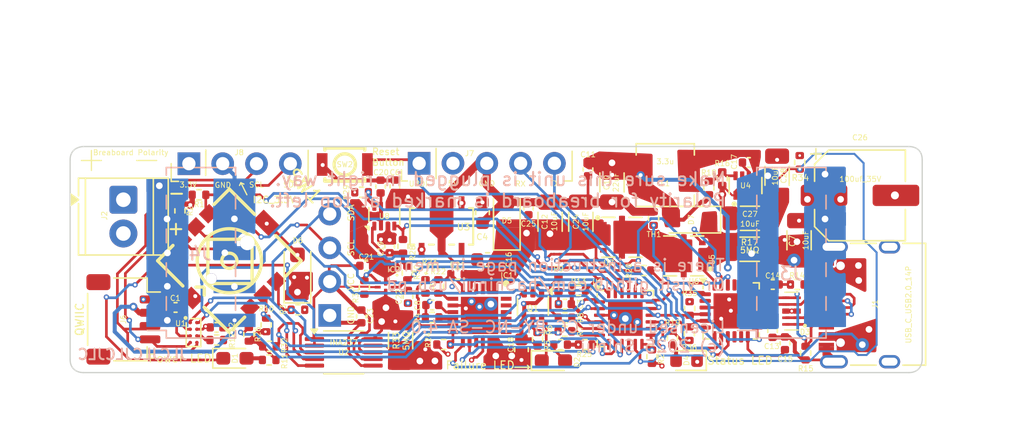
<source format=kicad_pcb>
(kicad_pcb (version 20241229) (generator "pcbnew") (generator_version "9.0")
  (layers (0 "F.Cu" signal) (4 "In1.Cu" signal) (6 "In2.Cu" signal) (2 "B.Cu" signal) (13 "F.Paste" user) (15 "B.Paste" user) (5 "F.SilkS" user "F.Silkscreen") (7 "B.SilkS" user "B.Silkscreen") (1 "F.Mask" user) (3 "B.Mask" user) (25 "Edge.Cuts" user))
  (net 0 "")
  (net 1 "/Logic/Buck_Status")
  (net 2 "GND")
  (net 3 "Net-(U4-SW)")
  (net 4 "Net-(U4-BST)")
  (net 5 "/Power/VBUS")
  (net 6 "+5V")
  (net 7 "/Power/VBUS_Finale")
  (net 8 "/Power/IFB")
  (net 9 "/Power/V5V")
  (net 10 "/Power/V18")
  (net 11 "/Logic/Rail_2_IN")
  (net 12 "+3.3V")
  (net 13 "Net-(IC1-DVDT)")
  (net 14 "/Logic/Rail_2")
  (net 15 "/Power_selection/Logic_Voltage")
  (net 16 "Net-(D2-A)")
  (net 17 "Net-(IC2-CT)")
  (net 18 "Net-(D1-A)")
  (net 19 "Net-(D1-K)")
  (net 20 "Net-(D2-K)")
  (net 21 "Net-(D4-A)")
  (net 23 "Net-(IC1-OVP)")
  (net 25 "/Logic/SDA_3.3v")
  (net 29 "/Logic/SCL_3.3v")
  (net 31 "Net-(IC1-UVLO)")
  (net 32 "Net-(Q1-G1)")
  (net 34 "Net-(IC1-MODE)")
  (net 36 "/Logic/INA_ALERT")
  (net 38 "Net-(IC1-ILIM)")
  (net 39 "Net-(Q1-G2)")
  (net 40 "/Logic/SW_UP")
  (net 42 "/Logic/SW_LEFT")
  (net 43 "/Power/USB_P")
  (net 44 "/Power/CC2")
  (net 45 "/Power/USB_N")
  (net 46 "/Power/CC1")
  (net 48 "/Power/Measured_VBUS")
  (net 49 "/Logic/SW_RIGHT")
  (net 50 "/Logic/SW_DOWN")
  (net 51 "/Power/PD_LED")
  (net 52 "/Logic/SW_PRESS")
  (net 53 "Net-(U1-OE)")
  (net 54 "/Logic/UPDI")
  (net 55 "/Logic/PowerLED_EN")
  (net 56 "/Logic/Failer_EN")
  (net 57 "/Power/NTC")
  (net 58 "Net-(U4-FB)")
  (net 59 "Net-(U6-VOUT)")
  (net 62 "/Logic/PGOOD_Logic")
  (net 64 "/Logic/RX")
  (net 65 "/Logic/VBUS_SW")
  (net 66 "/Logic/LOGIC_Report")
  (net 67 "/Logic/Load_Monitor_VBUS")
  (net 68 "/Logic/PD_Int")
  (net 69 "/Logic/SCL")
  (net 70 "/Logic/LOGIC_SW")
  (net 71 "/Logic/VBUS_Fault")
  (net 72 "/Logic/SDA")
  (net 73 "/Logic/LOGIC_Selection")
  (net 75 "Net-(U6-PWR_EN)")
  (net 77 "Net-(U5-Pad5_8)")
  (net 78 "/Logic/TX")
  (footprint "Capacitor_SMD:C_0402_1005Metric" (layer "F.Cu") (at 133.425 84.65 90)
    (property "Reference" "C25")
    (property "Value" "100nF")
  )
  (footprint "TPS22992S:TPS22992SRXNR" (layer "F.Cu") (at 122.7 90.575 -90)
    (property "Reference" "IC2")
    (property "Value" "TPS22992SRXNR" (hide yes))
  )
  (footprint "Capacitor_SMD:C_1206_3216Metric" (layer "F.Cu") (at 152.1 82.2 90)
    (property "Reference" "C28")
    (property "Value" "10uF")
  )
  (footprint "Capacitor_SMD:C_0402_1005Metric" (layer "F.Cu") (at 137.9 81.72 -90)
    (property "Reference" "C11")
    (property "Value" "100nF")
  )
  (footprint "Resistor_SMD:R_0402_1005Metric" (layer "F.Cu") (at 113.725 93.415 90)
    (property "Reference" "R10")
    (property "Value" "10k")
  )
  (footprint "Capacitor_SMD:C_0402_1005Metric" (layer "F.Cu") (at 152.69 94.795 90)
    (property "Reference" "C15")
    (property "Value" "100nF")
  )
  (footprint "Resistor_SMD:R_0402_1005Metric" (layer "F.Cu") (at 108.68 83.63)
    (property "Reference" "R1")
    (property "Value" "10k")
  )
  (footprint "Capacitor_SMD:C_0402_1005Metric" (layer "F.Cu") (at 136.16 91.85 180)
    (property "Reference" "C3")
    (property "Value" "100nF")
  )
  (footprint "Capacitor_SMD:C_0603_1608Metric" (layer "F.Cu") (at 129.975 84.975 -90)
    (property "Reference" "C4")
    (property "Value" "10uF")
  )
  (footprint "Resistor_SMD:R_0402_1005Metric" (layer "F.Cu") (at 124 87.5 90)
    (property "Reference" "R28")
    (property "Value" "10k")
  )
  (footprint "Resistor_SMD:R_0402_1005Metric" (layer "F.Cu") (at 120.89 83.44 180)
    (property "Reference" "R29")
    (property "Value" "10k")
  )
  (footprint "Package_SO:VSSOP-10_3x3mm_P0.5mm" (layer "F.Cu") (at 119.55 95.475)
    (property "Reference" "U2")
    (property "Value" "INA237")
  )
  (footprint "Capacitor_SMD:CP_Elec_6.3x7.7" (layer "F.Cu") (at 158.325 83.675)
    (property "Reference" "C26")
    (property "Value" "100uf_35V")
  )
  (footprint "TPS16630:QFN50P400X400X100-25N" (layer "F.Cu") (at 129.75 92.7 -90)
    (property "Reference" "IC1")
    (property "Value" "TPS16630RGER")
  )
  (footprint "Package_TO_SOT_SMD:SOT-363_SC-70-6" (layer "F.Cu") (at 133.76 91.98 -90)
    (property "Reference" "Q1")
    (property "Value" "2N7002DW")
  )
  (footprint "test:TRANS_AON7408" (layer "F.Cu") (at 140.45 86.825)
    (property "Reference" "U7")
    (property "Value" "AON7534")
  )
  (footprint "Capacitor_SMD:C_0402_1005Metric" (layer "F.Cu") (at 149.978494 81.2)
    (property "Reference" "C17")
    (property "Value" "100nF")
  )
  (footprint "Package_DFN_QFN:QFN-24-1EP_4x4mm_P0.5mm_EP2.6x2.6mm" (layer "F.Cu") (at 140.7 92.9375)
    (property "Reference" "U9")
    (property "Value" "ATtiny3217-M")
  )
  (footprint "Resistor_SMD:R_0402_1005Metric" (layer "F.Cu") (at 121.1 90.6 90)
    (property "Reference" "R31")
    (property "Value" "10k")
  )
  (footprint "Resistor_SMD:R_0402_1005Metric" (layer "F.Cu") (at 135.68 90.39 -90)
    (property "Reference" "R9")
    (property "Value" "10k")
  )
  (footprint "Capacitor_SMD:C_0402_1005Metric" (layer "F.Cu") (at 151.76 93.87 -90)
    (property "Reference" "C13")
    (property "Value" "100nF")
  )
  (footprint "Mini_Switch:KEY-SMD_B3U-1000PM" (layer "F.Cu") (at 119.63 81.35 180)
    (property "Reference" "SW2")
    (property "Value" "B3U-1000P")
  )
  (footprint "Capacitor_SMD:C_0402_1005Metric" (layer "F.Cu") (at 123.39 83 90)
    (property "Reference" "C6")
    (property "Value" "4.7uF")
  )
  (footprint "Resistor_SMD:R_0402_1005Metric" (layer "F.Cu") (at 136.17 92.88)
    (property "Reference" "R8")
    (property "Value" "100Ω")
  )
  (footprint "Resistor_SMD:R_0402_1005Metric" (layer "F.Cu") (at 147.978494 82.41 -90)
    (property "Reference" "R16")
    (property "Value" "10k")
  )
  (footprint "Resistor_SMD:R_0402_1005Metric" (layer "F.Cu") (at 144.24 94.4 -90)
    (property "Reference" "R19")
    (property "Value" "1k")
  )
  (footprint "Resistor_SMD:R_0402_1005Metric" (layer "F.Cu") (at 136.16 93.89)
    (property "Reference" "R7")
    (property "Value" "100Ω")
  )
  (footprint "Capacitor_SMD:C_0402_1005Metric" (layer "F.Cu") (at 151.775 90.375)
    (property "Reference" "C14")
    (property "Value" "1u")
  )
  (footprint "LED_SMD:LED_0603_1608Metric" (layer "F.Cu") (at 145.3 96.1 180)
    (property "Reference" "D4")
    (property "Value" "Status LED")
  )
  (footprint "Capacitor_SMD:C_1206_3216Metric" (layer "F.Cu") (at 153.75 87.05 90)
    (property "Reference" "C7")
    (property "Value" "10uF")
  )
  (footprint "Resistor_SMD:R_1206_3216Metric" (layer "F.Cu") (at 150.0375 87.725 180)
    (property "Reference" "R17")
    (property "Value" "5m")
  )
  (footprint "Resistor_SMD:R_0402_1005Metric" (layer "F.Cu") (at 134.11 94.5 -90)
    (property "Reference" "R6")
    (property "Value" "10k")
  )
  (footprint "Capacitor_SMD:C_1206_3216Metric" (layer "F.Cu") (at 150.06 85.4 180)
    (property "Reference" "C27")
    (property "Value" "10uF")
  )
  (footprint "Resistor_SMD:R_0402_1005Metric" (layer "F.Cu") (at 145.53 92.18 -90)
    (property "Reference" "R35")
    (property "Value" "10k")
  )
  (footprint "Resistor_SMD:R_0402_1005Metric" (layer "F.Cu") (at 124.33 89.51 90)
    (property "Reference" "R30")
    (property "Value" "10k")
  )
  (footprint "XC6:SOT-89-5_TOR" (layer "F.Cu") (at 126.9 86.0026)
    (property "Reference" "U3")
    (property "Value" "XC6220B331PR-G")
  )
  (footprint "Resistor_SMD:R_0402_1005Metric" (layer "F.Cu") (at 153.615 90.375 180)
    (property "Reference" "R14")
    (property "Value" "5.1k")
  )
  (footprint "Resistor_SMD:R_0402_1005Metric" (layer "F.Cu") (at 127.05 94.89 180)
    (property "Reference" "R24")
    (property "Value" "10k")
  )
  (footprint "Capacitor_SMD:C_0603_1608Metric" (layer "F.Cu") (at 130.35 88.5 180)
    (property "Reference" "C16")
    (property "Value" "1uF")
  )
  (footprint "Resistor_SMD:R_0402_1005Metric" (layer "F.Cu") (at 154.24 95.535 -90)
    (property "Reference" "R15")
    (property "Value" "5.1k")
  )
  (footprint "Connector_PinHeader_2.54mm:PinHeader_1x04_P2.54mm_Vertical" (layer "F.Cu") (at 107.92 81.29 90)
    (property "Reference" "J8")
    (property "Value" "I2C_3.3V")
  )
  (footprint "Capacitor_SMD:C_1206_3216Metric" (layer "F.Cu") (at 135.05 85.66 90)
    (property "Reference" "C12")
    (property "Value" "10uF")
  )
  (footprint "Resistor_SMD:R_0402_1005Metric" (layer "F.Cu") (at 145.51 94.07 -90)
    (property "Reference" "R36")
    (property "Value" "10k")
  )
  (footprint "Resistor_SMD:R_0402_1005Metric" (layer "F.Cu") (at 112.425 94.125 90)
    (property "Reference" "R26")
    (property "Value" "10k")
  )
  (footprint "Inductor_SMD:L_1206_3216Metric_Pad1.42x1.75mm_HandSolder" (layer "F.Cu") (at 123.82 94.6 -90)
    (property "Reference" "R33")
    (property "Value" "R_Shunt")
  )
  (footprint "Resistor_SMD:R_0402_1005Metric" (layer "F.Cu") (at 126.66 90.52 90)
    (property "Reference" "R22")
    (property "Value" "150k")
  )
  (footprint "Resistor_SMD:R_0402_1005Metric" (layer "F.Cu") (at 137.19 90.825 180)
    (property "Reference" "R13")
    (property "Value" "10k")
  )
  (footprint "Resistor_SMD:R_0402_1005Metric" (layer "F.Cu") (at 142.825 85.415 90)
    (property "Reference" "TH1")
    (property "Value" "Thermistor_NTC_10k_0402")
  )
  (footprint "Capacitor_SMD:C_0402_1005Metric" (layer "F.Cu") (at 121.24 88.965)
    (property "Reference" "C21")
    (property "Value" "1uF")
  )
  (footprint "Resistor_SMD:R_0402_1005Metric" (layer "F.Cu") (at 113.965 95.025)
    (property "Reference" "R32")
    (property "Value" "10k")
  )
  (footprint "test:SSD1306-0.91-OLED-4pin-128x32" (layer "F.Cu") (at 155 94.89 180)
    (property "Reference" "J5")
    (property "Value" "0.91 OLED")
  )
  (footprint "Resistor_SMD:R_0402_1005Metric" (layer "F.Cu") (at 125.69 90.52 -90)
    (property "Reference" "R23")
    (property "Value" "20k")
  )
  (footprint "test:TRANS_AON7408" (layer "F.Cu") (at 145.085 88.225 180)
    (property "Reference" "U5")
    (property "Value" "AON7534")
  )
  (footprint "Resistor_SMD:R_0402_1005Metric" (layer "F.Cu") (at 153.8 81.19 -90)
    (property "Reference" "R34")
    (property "Value" "10k")
  )
  (footprint "TPD4E05U06DQAR:IC_TPD4E05U06DQAR" (layer "F.Cu") (at 153.1825 92.375 180)
    (property "Reference" "D3")
    (property "Value" "TPD4E05U06DQAR")
  )
  (footprint "LED_SMD:LED_0603_1608Metric_Pad1.05x0.95mm_HandSolder" (layer "F.Cu") (at 111.375 95.925)
    (property "Reference" "D1")
    (property "Value" "Power LED")
  )
  (footprint "Package_DFN_QFN:QFN-24-1EP_4x4mm_P0.5mm_EP2.65x2.65mm" (layer "F.Cu") (at 148.65 92.36)
    (property "Reference" "U6")
    (property "Value" "AP33772S")
  )
  (footprint "Resistor_SMD:R_0402_1005Metric" (layer "F.Cu") (at 137.68 94.89)
    (property "Reference" "R25")
    (property "Value" "10k")
  )
  (footprint "Capacitor_SMD:C_0603_1608Metric" (layer "F.Cu") (at 132.9 95.275 90)
    (property "Reference" "C18")
    (property "Value" "1uF")
  )
  (footprint "Capacitor_SMD:C_0402_1005Metric" (layer "F.Cu") (at 110 93.6)
    (property "Reference" "C2")
    (property "Value" "100nF")
  )
  (footprint "TPS62933PDRLR:SOFL50P160X60-8N" (layer "F.Cu") (at 149.728494 82.935 90)
    (property "Reference" "U4")
    (property "Value" "TPS62933PDRLR")
  )
  (footprint "Connector_JST:JST_SH_SM04B-SRSS-TB_1x04-1MP_P1.00mm_Horizontal" (layer "F.Cu") (at 103 93 -90)
    (property "Reference" "J6")
    (property "Value" "QWIIC")
  )
  (footprint "Capacitor_SMD:C_1206_3216Metric" (layer "F.Cu") (at 137.36 85.66 90)
    (property "Reference" "C24")
    (property "Value" "10uF")
  )
  (footprint "Connector_USB:USB_C_Receptacle_XKB_U262-16XN-4BVC11" (layer "F.Cu") (at 159.47 91.86 90)
    (property "Reference" "J1")
    (property "Value" "USB_C_USB2.0_14P")
  )
  (footprint "Capacitor_SMD:C_0402_1005Metric" (layer "F.Cu") (at 124.375 91.3 -90)
    (property "Reference" "C22")
    (property "Value" "1nF")
  )
  (footprint "Capacitor_SMD:C_0402_1005Metric" (layer "F.Cu") (at 126.2 91.92)
    (property "Reference" "C8")
    (property "Value" "22nF")
  )
  (footprint "Capacitor_SMD:C_0402_1005Metric" (layer "F.Cu") (at 120.875 92.775 90)
    (property "Reference" "C23")
    (property "Value" "100nf")
  )
  (footprint "Resistor_SMD:R_0402_1005Metric" (layer "F.Cu") (at 135.84 94.9)
    (property "Reference" "R5")
    (property "Value" "470Ω")
  )
  (footprint "Inductor_SMD:L_Changjiang_FXL0420" (layer "F.Cu") (at 143.7 82.15 180)
    (property "Reference" "L1")
    (property "Value" "3.3u")
  )
  (footprint "Resistor_SMD:R_0402_1005Metric" (layer "F.Cu") (at 116.11 92.275 180)
    (property "Reference" "R3")
    (property "Value" "10k")
  )
  (footprint "Diode_SMD:D_SOD-123F" (layer "F.Cu") (at 145.65 85.5 180)
    (property "Reference" "D7")
    (property "Value" "PMEG6020ER")
  )
  (footprint "Capacitor_SMD:C_0402_1005Metric" (layer "F.Cu") (at 106.92 92.1)
    (property "Reference" "C1")
    (property "Value" "100nF")
  )
  (footprint "Package_TO_SOT_SMD:SOT-583-8" (layer "F.Cu") (at 122.6 85.24 90)
    (property "Reference" "U8")
    (property "Value" "TPS2117DRL")
  )
  (footprint "Capacitor_SMD:C_1206_3216Metric" (layer "F.Cu") (at 139.7 82.7 -90)
    (property "Reference" "C10")
    (property "Value" "22uF")
  )
  (footprint "Resistor_SMD:R_0402_1005Metric" (layer "F.Cu") (at 107.25 84.84 -90)
    (property "Reference" "R2")
    (property "Value" "10k")
  )
  (footprint "Resistor_SMD:R_0402_1005Metric" (layer "F.Cu") (at 128.1 89.6)
    (property "Reference" "R21")
    (property "Value" "330k")
  )
  (footprint "LED_SMD:LED_0603_1608Metric_Pad1.05x0.95mm_HandSolder" (layer "F.Cu") (at 135.3 96.1)
    (property "Reference" "D2")
    (property "Value" "Failure LED")
  )
  (footprint "Resistor_SMD:R_0402_1005Metric" (layer "F.Cu") (at 142.1 89.325 180)
    (property "Reference" "R20")
    (property "Value" "27R")
  )
  (footprint "Diode_SMD:D_SOD-123F" (layer "F.Cu") (at 131.8 85.575 90)
    (property "Reference" "D5")
    (property "Value" "PMEG6020ER")
  )
  (footprint "Diode_SMD:D_SOD-123F" (layer "F.Cu") (at 116.075 89.55 90)
    (property "Reference" "D6")
    (property "Value" "PMEG6020ER")
  )
  (footprint "Capacitor_SMD:C_0402_1005Metric" (layer "F.Cu") (at 123 87.51 90)
    (property "Reference" "C19")
    (property "Value" "1uF")
  )
  (footprint "Resistor_SMD:R_0402_1005Metric" (layer "F.Cu") (at 142.7 95.8 -90)
    (property "Reference" "R27")
    (property "Value" "22k")
  )
  (footprint "TerminalBlock_TE-Connectivity:TerminalBlock_TE_282834-2_1x02_P2.54mm_Horizontal" (layer "F.Cu") (at 103 84 -90)
    (property "Reference" "J2")
    (property "Value" "Conn_01x02_Pin")
  )
  (footprint "Resistor_SMD:R_0402_1005Metric" (layer "F.Cu") (at 126.19 92.85 180)
    (property "Reference" "R4")
    (property "Value" "3.3k")
  )
  (footprint "Resistor_SMD:R_0402_1005Metric" (layer "F.Cu") (at 110.01 94.55 180)
    (property "Reference" "R12")
    (property "Value" "10k")
  )
  (footprint "Connector_PinHeader_2.54mm:PinHeader_1x05_P2.54mm_Vertical" (layer "F.Cu") (at 125.215 81.26 90)
    (property "Reference" "J7")
    (property "Value" "Conn_01x05")
  )
  (footprint "Capacitor_SMD:C_0402_1005Metric" (layer "F.Cu") (at 122.32 83.01 -90)
    (property "Reference" "C20")
    (property "Value" "100nF")
  )
  (footprint "tc006:SW-SMD_GT-TC0060-H050-L1" (layer "F.Cu") (at 110.96 88.59 -45)
    (property "Reference" "SW1")
    (property "Value" "GT-TC0060-H050-L1")
  )
  (footprint "Library:TCA9406" (layer "F.Cu") (at 108.27 93.99)
    (property "Reference" "U1")
    (property "Value" "TCA9406YZPR")
  )
  (footprint "Resistor_SMD:R_0402_1005Metric" (layer "F.Cu") (at 146.978494 83.11 90)
    (property "Reference" "R18")
    (property "Value" "52.3k")
  )
  (footprint "Resistor_SMD:R_0402_1005Metric" (layer "F.Cu") (at 113.95 96.05)
    (property "Reference" "R11")
    (property "Value" "470Ω")
  )
  (footprint "Connector_PinHeader_2.54mm:PinHeader_2x05_P2.54mm_Vertical_SMD" (layer "B.Cu") (at 108.825 87.99)
    (property "Reference" "J4")
    (property "Value" "Conn_02x05_Odd_Even")
  )
  (footprint "Connector_PinHeader_2.54mm:PinHeader_2x05_P2.54mm_Vertical_SMD" (layer "B.Cu") (at 153.175 87.99)
    (property "Reference" "J3")
    (property "Value" "Conn_02x05_Odd_Even")
  )
  (gr_line (start 107.4 83.55) (end 106.6 83.55) (stroke (width 0.15)) (layer "F.SilkS"))
  (gr_line (start 100.6 81.8) (end 100.6 80.3) (stroke (width 0.1)) (layer "F.SilkS"))
  (gr_line (start 99.85 81.05) (end 101.35 81.05) (stroke (width 0.1)) (layer "F.SilkS"))
  (gr_line (start 125.7 89.6) (end 125.95 89) (stroke (width 0.1)) (layer "F.SilkS"))
  (gr_line (start 106.95 86.612508) (end 106.95 85.812508) (stroke (width 0.15)) (layer "F.SilkS"))
  (gr_line (start 104 81.05) (end 105.5 81.05) (stroke (width 0.1)) (layer "F.SilkS"))
  (gr_line (start 133.5 96.6) (end 133.35 96.45) (stroke (width 0.1)) (layer "F.SilkS"))
  (gr_line (start 125.7 89.6) (end 125.85 89.55) (stroke (width 0.1)) (layer "F.SilkS"))
  (gr_line (start 125.7 89.6) (end 125.65 89.5) (stroke (width 0.1)) (layer "F.SilkS"))
  (gr_line (start 107.35 86.212508) (end 106.55 86.212508) (stroke (width 0.15)) (layer "F.SilkS"))
  (gr_line (start 133.5 96.6) (end 133.35 96.75) (stroke (width 0.1)) (layer "F.SilkS"))
  (gr_line (start 111.825 82.725) (end 112.05 82.825) (stroke (width 0.1)) (layer "F.SilkS"))
  (gr_line (start 132.4 96.6) (end 133.5 96.6) (stroke (width 0.1)) (layer "F.SilkS"))
  (gr_line (start 134.71 93.82) (end 134.56 94.19) (stroke (width 0.1)) (layer "F.SilkS"))
  (gr_line (start 111.825 82.725) (end 111.725 82.925) (stroke (width 0.1)) (layer "F.SilkS"))
  (gr_line (start 112.275 83.625) (end 111.825 82.725) (stroke (width 0.1)) (layer "F.SilkS"))
  (gr_line (start 162.0001 97) (end 100 97) (stroke (width 0.1)) (layer "Edge.Cuts"))
  (gr_line (start 99.000002 96) (end 98.999999 81) (stroke (width 0.1)) (layer "Edge.Cuts"))
  (gr_line (start 163 81) (end 163 96) (stroke (width 0.1)) (layer "Edge.Cuts"))
  (gr_curve (pts (xy 163 81) (xy 163 80) (xy 162.1 80) (xy 162 80)) (stroke (width 0.1)) (layer "Edge.Cuts"))
  (gr_curve (pts (xy 99.000002 96) (xy 99 97.05) (xy 100 97) (xy 100 97)) (stroke (width 0.1)) (layer "Edge.Cuts"))
  (gr_curve (pts (xy 162.0001 97) (xy 163 97) (xy 163 96.05) (xy 163 96)) (stroke (width 0.1)) (layer "Edge.Cuts"))
  (gr_line (start 100 80) (end 162 80) (stroke (width 0.1)) (layer "Edge.Cuts"))
  (gr_curve (pts (xy 98.999999 81) (xy 99 80) (xy 100 80) (xy 100 80)) (stroke (width 0.1)) (layer "Edge.Cuts"))
  (gr_text "5MΩ" (at 124.25 94.6 90) (layer "F.SilkS") (effects (font (size 0.45 0.45) (thickness 0.07))))
  (gr_text "Reset\nButton" (at 121.63 80.79 0) (layer "F.SilkS") (effects (font (size 0.5 0.5) (thickness 0.08)) (justify left)))
  (gr_text "3.3V" (at 107.87 82.875 0) (layer "F.SilkS") (effects (font (size 0.4 0.4) (thickness 0.06))))
  (gr_text "RX" (at 132.82 82.805 0) (layer "F.SilkS") (effects (font (size 0.4 0.4) (thickness 0.06))))
  (gr_text "GND" (at 130.3 82.785 0) (layer "F.SilkS") (effects (font (size 0.4 0.4) (thickness 0.06))))
  (gr_text "GND" (at 110.475 82.9 0) (layer "F.SilkS") (effects (font (size 0.4 0.4) (thickness 0.06))))
  (gr_text "10uF" (at 154.25 87.05 90) (layer "F.SilkS") (effects (font (size 0.4 0.4) (thickness 0.06))))
  (gr_text "5V" (at 127.75 82.775 0) (layer "F.SilkS") (effects (font (size 0.4 0.4) (thickness 0.06))))
  (gr_text "TX" (at 135.39 82.785 0) (layer "F.SilkS") (effects (font (size 0.4 0.4) (thickness 0.06))))
  (gr_text "5MΩ" (at 150.05 87.8 0) (layer "F.SilkS") (effects (font (size 0.45 0.45) (thickness 0.07))))
  (gr_text "SDA" (at 115.575 82.875 0) (layer "F.SilkS") (effects (font (size 0.4 0.4) (thickness 0.06))))
  (gr_text "UPDI" (at 125.15 82.8 0) (layer "F.SilkS") (effects (font (size 0.4 0.4) (thickness 0.06))))
  (gr_text "Breaboard Polarity" (at 103.55 80.45 0) (layer "F.SilkS") (effects (font (size 0.4 0.4) (thickness 0.06))))
  (gr_text "SCL" (at 113 82.875 0) (layer "F.SilkS") (effects (font (size 0.4 0.4) (thickness 0.06))))
  (gr_text "There is a instruction page in menu.\nOr visit github.com/haShinui/usb_pd" (at 148.25 90.9 0) (layer "B.SilkS") (effects (font (size 0.9 0.9) (thickness 0.13)) (justify left bottom mirror)))
  (gr_text "Licensed under CC BY-NC-SA 4.0\n(c) 2025 Shinui\n" (at 148.3 95.55 0) (layer "B.SilkS") (effects (font (size 0.9 0.9) (thickness 0.13)) (justify left bottom mirror)))
  (gr_text "JLCJLCJLCJLC\n" (at 107.9 96.1 0) (layer "B.SilkS") (effects (font (size 0.8 0.8) (thickness 0.15) (bold yes)) (justify left bottom mirror)))
  (gr_text "Make sure this unit is plugged in right way.\nPolarity for breaboard is marked at top left.\n" (at 148.35 84.65 0) (layer "B.SilkS") (effects (font (size 1 1)) (justify left bottom mirror)))
  (segment (start 152.94 81.7) (end 153.8 81.7) (width 0.15) (layer "F.Cu") (net 1))
  (segment (start 141.8 96.129298) (end 141.8 95.653298) (width 0.2) (layer "F.Cu") (net 1))
  (segment (start 149.478494 82.58) (end 149.708494 82.81) (width 0.15) (layer "F.Cu") (net 1))
  (segment (start 141.838905 96.168203) (end 141.8 96.129298) (width 0.2) (layer "F.Cu") (net 1))
  (segment (start 149.478494 82.2) (end 149.478494 82.58) (width 0.15) (layer "F.Cu") (net 1))
  (segment (start 149.708494 82.81) (end 151.83 82.81) (width 0.15) (layer "F.Cu") (net 1))
  (segment (start 141.45 95.303298) (end 141.45 94.875) (width 0.2) (layer "F.Cu") (net 1))
  (segment (start 151.83 82.81) (end 152.94 81.7) (width 0.15) (layer "F.Cu") (net 1))
  (segment (start 141.8 95.653298) (end 141.45 95.303298) (width 0.2) (layer "F.Cu") (net 1))
  (via (at 141.838905 96.168203) (size 0.4) (drill 0.2) (layers "F.Cu" "B.Cu") (net 1))
  (via (at 153.8 81.7) (size 0.4) (drill 0.2) (layers "F.Cu" "B.Cu") (net 1))
  (segment (start 158.17857 95.676) (end 157.90357 95.401) (width 0.15) (layer "B.Cu") (net 1))
  (segment (start 142.781797 96.168203) (end 141.838905 96.168203) (width 0.15) (layer "B.Cu") (net 1))
  (segment (start 159.576 87.96843) (end 159.576 94.92143) (width 0.15) (layer "B.Cu") (net 1))
  (segment (start 158.82143 95.676) (end 158.17857 95.676) (width 0.15) (layer "B.Cu") (net 1))
  (segment (start 158.6 81.25) (end 158.6 86.99243) (width 0.15) (layer "B.Cu") (net 1))
  (segment (start 154.9 80.55) (end 157.9 80.55) (width 0.15) (layer "B.Cu") (net 1))
  (segment (start 155.293347 95.401) (end 154.567347 96.127) (width 0.15) (layer "B.Cu") (net 1))
  (segment (start 157.9 80.55) (end 158.6 81.25) (width 0.15) (layer "B.Cu") (net 1))
  (segment (start 158.6 86.99243) (end 159.576 87.96843) (width 0.15) (layer "B.Cu") (net 1))
  (segment (start 143.236 95.714) (end 142.781797 96.168203) (width 0.15) (layer "B.Cu") (net 1))
  (segment (start 153.8 81.65) (end 154.9 80.55) (width 0.15) (layer "B.Cu") (net 1))
  (segment (start 154.567347 96.127) (end 147.102671 96.127) (width 0.15) (layer "B.Cu") (net 1))
  (segment (start 157.90357 95.401) (end 155.293347 95.401) (width 0.15) (layer "B.Cu") (net 1))
  (segment (start 146.689671 95.714) (end 143.236 95.714) (width 0.15) (layer "B.Cu") (net 1))
  (segment (start 147.102671 96.127) (end 146.689671 95.714) (width 0.15) (layer "B.Cu") (net 1))
  (segment (start 159.576 94.92143) (end 158.82143 95.676) (width 0.15) (layer "B.Cu") (net 1))
  (segment (start 153.8 81.7) (end 153.8 81.65) (width 0.15) (layer "B.Cu") (net 1))
  (segment (start 107.45 92.1) (end 108.152786 91.397214) (width 0.2) (layer "F.Cu") (net 2))
  (segment (start 119.131 82.551) (end 123.359 82.551) (width 0.3) (layer "F.Cu") (net 2))
  (segment (start 108.41495 86.060051) (end 108.554899 86.2) (width 0.3) (layer "F.Cu") (net 2))
  (segment (start 117.35 94.975) (end 117.35 94.475) (width 0.2) (layer "F.Cu") (net 2))
  (segment (start 118.623919 88.959) (end 118.46 89.122919) (width 0.2) (layer "F.Cu") (net 2))
  (segment (start 133.11 92.93) (end 133.11 91.866) (width 0.3) (layer "F.Cu") (net 2))
  (segment (start 129.405 88.67) (end 129.575 88.5) (width 0.2) (layer "F.Cu") (net 2))
  (segment (start 105.102786 91.397214) (end 105 91.5) (width 0.2) (layer "F.Cu") (net 2))
  (segment (start 131.57 84.17) (end 131.55 84.15) (width 0.6) (layer "F.Cu") (net 2))
  (segment (start 125.737673 91.92) (end 126.009718 91.647955) (width 0.2) (layer "F.Cu") (net 2))
  (segment (start 127.8148 88.67) (end 129.405 88.67) (width 0.2) (layer "F.Cu") (net 2))
  (segment (start 126.9 84.025603) (end 129.665603 81.26) (width 0.6) (layer "F.Cu") (net 2))
  (segment (start 141.33 84.905) (end 142.825 84.905) (width 0.6) (layer "F.Cu") (net 2))
  (segment (start 124 88.01) (end 124 88.67) (width 0.3) (layer "F.Cu") (net 2))
  (segment (start 126.54 94.89) (end 127.26 95.61) (width 0.2) (layer "F.Cu") (net 2))
  (segment (start 129.153554 96.053554) (end 129.357108 95.85) (width 0.2) (layer "F.Cu") (net 2))
  (segment (start 141.2625 84.8375) (end 140.6 84.175) (width 0.6) (layer "F.Cu") (net 2))
  (segment (start 155.81 88.11) (end 155.81 88.515) (width 0.6) (layer "F.Cu") (net 2))
  (segment (start 138.7625 92.6875) (end 139.85 92.6875) (width 0.2) (layer "F.Cu") (net 2))
  (segment (start 113.795498 85.754502) (end 114.534664 86.493668) (width 0.2) (layer "F.Cu") (net 2))
  (segment (start 152.69 94.315) (end 152.999999 94.315) (width 0.3) (layer "F.Cu") (net 2))
  (segment (start 108.3 91.25) (end 108.152786 91.397214) (width 0.2) (layer "F.Cu") (net 2))
  (segment (start 137.9 82.2) (end 137.9 83.645) (width 0.2) (layer "F.Cu") (net 2))
  (segment (start 127.8148 88.67) (end 126.9 87.7552) (width 0.2) (layer "F.Cu") (net 2))
  (segment (start 148.978494 83.67) (end 148.978494 83.34) (width 0.15) (layer "F.Cu") (net 2))
  (segment (start 110.82 93.6) (end 111.35 93.07) (width 0.2) (layer "F.Cu") (net 2))
  (segment (start 139.85 92.6875) (end 140.45 92.6875) (width 0.2) (layer "F.Cu") (net 2))
  (segment (start 132.9 94.5) (end 132.9 93.14) (width 0.3) (layer "F.Cu") (net 2))
  (segment (start 155.8 94.91) (end 155.8 95.21) (width 0.2) (layer "F.Cu") (net 2))
  (segment (start 148.978494 83.34) (end 149.254494 83.064) (width 0.15) (layer "F.Cu") (net 2))
  (segment (start 147.978494 84.778494) (end 147.978494 83.6) (width 0.4) (layer "F.Cu") (net 2))
  (segment (start 121.7 87.189943) (end 122.500057 87.99) (width 0.2) (layer "F.Cu") (net 2))
  (segment (start 109.12 86.75) (end 108.414416 86.044416) (width 0.2) (layer "F.Cu") (net 2))
  (segment (start 108.4 91.25) (end 108.3 91.25) (width 0.2) (layer "F.Cu") (net 2))
  (segment (start 142.7 96.31) (end 143.26 96.31) (width 0.2) (layer "F.Cu") (net 2))
  (segment (start 121.7 86.13) (end 121.7 87.189943) (width 0.2) (layer "F.Cu") (net 2))
  (segment (start 109.12 86.75) (end 110.3 86.75) (width 0.2) (layer "F.Cu") (net 2))
  (segment (start 130.295 81.26) (end 130.295 82.895) (width 0.6) (layer "F.Cu") (net 2))
  (segment (start 153.75 85.575) (end 153.75 85.3325) (width 0.2) (layer "F.Cu") (net 2))
  (segment (start 125.72 92.81) (end 125.68 92.85) (width 0.2) (layer "F.Cu") (net 2))
  (segment (start 121.469984 90.575) (end 121.434984 90.54) (width 0.15) (layer "F.Cu") (net 2))
  (segment (start 155.8 88.81) (end 155.8 88.51) (width 0.2) (layer "F.Cu") (net 2))
  (segment (start 152.255 90.375) (end 153.105 90.375) (width 0.2) (layer "F.Cu") (net 2))
  (segment (start 140.6 84.175) (end 139.7 84.175) (width 0.6) (layer "F.Cu") (net 2))
  (segment (start 132.9 93.14) (end 133.11 92.93) (width 0.3) (layer "F.Cu") (net 2))
  (segment (start 114.534664 86.493668) (end 114.534664 86.565336) (width 0.2) (layer "F.Cu") (net 2))
  (segment (start 126.65934 94.89) (end 126.54 94.89) (width 0.2) (layer "F.Cu") (net 2))
  (segment (start 146.7 92.11) (end 148.4 92.11) (width 0.2) (layer "F.Cu") (net 2))
  (segment (start 113.767748 85.798421) (end 114.534664 86.565336) (width 0.3) (layer "F.Cu") (net 2))
  (segment (start 154.055 96.045) (end 154.24 96.045) (width 0.3) (layer "F.Cu") (net 2))
  (segment (start 118.46 90.12) (end 118.5 90.16) (width 0.2) (layer "F.Cu") (net 2))
  (segment (start 149.254494 83.064) (end 150.230496 83.064) (width 0.15) (layer "F.Cu") (net 2))
  (segment (start 133.096 91.78) (end 133.984999 91.78) (width 0.3) (layer "F.Cu") (net 2))
  (segment (start 121.434984 90.54) (end 118.88 90.54) (width 0.15) (layer "F.Cu") (net 2))
  (segment (start 107.4 93.4) (end 107.4 92.1) (width 0.2) (layer "F.Cu") (net 2))
  (segment (start 130.295 82.895) (end 131.575 84.175) (width 0.6) (layer "F.Cu") (net 2))
  (segment (start 150.230496 83.064) (end 150.478494 83.311998) (width 0.15) (layer "F.Cu") (net 2))
  (segment (start 133.6 94.5) (end 134.11 95.01) (width 0.3) (layer "F.Cu") (net 2))
  (segment (start 121.486 92.906) (end 120.875 92.295) (width 0.2) (layer "F.Cu") (net 2))
  (segment (start 123 87.99) (end 123.98 87.99) (width 0.3) (layer "F.Cu") (net 2))
  (segment (start 131.55 84.175) (end 129.975 85.75) (width 0.6) (layer "F.Cu") (net 2))
  (segment (start 137.9 83.645) (end 137.36 84.185) (width 0.2) (layer "F.Cu") (net 2))
  (segment (start 155.81 95.62) (end 156.375 96.185) (width 0.6) (layer "F.Cu") (net 2))
  (segment (start 123.98 87.99) (end 124 88.01) (width 0.3) (layer "F.Cu") (net 2))
  (segment (start 122.1 90.575) (end 121.469984 90.575) (width 0.15) (layer "F.Cu") (net 2))
  (segment (start 135.05 84.185) (end 133.44 84.185) (width 0.6) (layer "F.Cu") (net 2))
  (segment (start 156.375 87.545) (end 155.81 88.11) (width 0.6) (layer "F.Cu") (net 2))
  (segment (start 117.309 91.351) (end 118.5 90.16) (width 0.2) (layer "F.Cu") (net 2))
  (segment (start 125.72 91.92) (end 125.72 92.81) (width 0.2) (layer "F.Cu") (net 2))
  (segment (start 107.457071 91.390143) (end 107.45 91.397214) (width 0.2) (layer "F.Cu") (net 2))
  (segment (start 131.805 84.17) (end 131.8 84.175) (width 0.6) (layer "F.Cu") (net 2))
  (segment (start 135.68 91.77) (end 135.68 91.85) (width 0.2) (layer "F.Cu") (net 2))
  (segment (start 133.984999 91.78) (end 134.41 91.354999) (width 0.3) (layer "F.Cu") (net 2))
  (segment (start 120.924076 95.975) (end 121.75 95.975) (width 0.2) (layer "F.Cu") (net 2))
  (segment (start 133.44 84.185) (end 133.425 84.17) (width 0.6) (layer "F.Cu") (net 2))
  (segment (start 148.978494 83.67) (end 148.728494 83.67) (width 0.15) (layer "F.Cu") (net 2))
  (segment (start 150.478494 83.311998) (end 150.478494 83.67) (width 0.15) (layer "F.Cu") (net 2))
  (segment (start 134.41 91.354999) (end 134.41 91.03) (width 0.3) (layer "F.Cu") (net 2))
  (segment (start 135.05 84.185) (end 139.69 84.185) (width 0.6) (layer "F.Cu") (net 2))
  (segment (start 117.93 81.35) (end 117.97 81.39) (width 0.3) (layer "F.Cu") (net 2))
  (segment (start 143.26 96.31) (end 143.45 96.5) (width 0.2) (layer "F.Cu") (net 2))
  (segment (start 153.43 94.745001) (end 153.43 95.42) (width 0.3) (layer "F.Cu") (net 2))
  (segment (start 128.61 91.95) (end 128.84 91.72) (width 0.2) (layer "F.Cu") (net 2))
  (segment (start 122.500057 87.99) (end 123 87.99) (width 0.2) (layer "F.Cu") (net 2))
  (segment (start 156.23 96.045) (end 156.365 96.18) (width 0.2) (layer "F.Cu") (net 2))
  (segment (start 129.665603 81.26) (end 130.295 81.26) (width 0.6) (layer "F.Cu") (net 2))
  (segment (start 107.45 91.397214) (end 105.102786 91.397214) (width 0.2) (layer "F.Cu") (net 2))
  (segment (start 148.585 85.4) (end 148.585 85.385) (width 0.4) (layer "F.Cu") (net 2))
  (segment (start 130 95.4) (end 130 94.7) (width 0.2) (layer "F.Cu") (net 2))
  (segment (start 117.35 94.475) (end 117.309 94.434) (width 0.2) (layer "F.Cu") (net 2))
  (segment (start 120.323 94.576076) (end 120.323 95.373924) (width 0.2) (layer "F.Cu") (net 2))
  (segment (start 120.635 92.295) (end 118.5 90.16) (width 0.3) (layer "F.Cu") (net 2))
  (segment (start 121.85 85.98) (end 121.7 86.13) (width 0.2) (layer "F.Cu") (net 2))
  (segment (start 120.875 92.295) (end 120.635 92.295) (width 0.3) (layer "F.Cu") (net 2))
  (segment (start 129.55 95.85) (end 130 95.4) (width 0.2) (layer "F.Cu") (net 2))
  (segment (start 107.74 93.74) (end 107.4 93.4) (width 0.2) (layer "F.Cu") (net 2))
  (segment (start 108.02 93.74) (end 107.74 93.74) (width 0.2) (layer "F.Cu") (net 2))
  (segment (start 141.337 84.912) (end 141.2625 84.8375) (width 0.6) (layer "F.Cu") (net 2))
  (segment (start 108.661903 86.291903) (end 109.12 86.75) (width 0.2) (layer "F.Cu") (net 2))
  (segment (start 121.276 94.024) (end 120.875076 94.024) (width 0.2) (layer "F.Cu") (net 2))
  (segment (start 120.76 88.965) (end 120.754 88.959) (width 0.2) (layer "F.Cu") (net 2))
  (segment (start 118.46 89.122919) (end 118.46 90.12) (width 0.2) (layer "F.Cu") (net 2))
  (segment (start 121.486 93.814) (end 121.276 94.024) (width 0.2) (layer "F.Cu") (net 2))
  (segment (start 127.75 91.95) (end 128.61 91.95) (width 0.2) (layer "F.Cu") (net 2))
  (segment (start 108.152786 91.397214) (end 107.45 91.397214) (width 0.2) (layer "F.Cu") (net 2))
  (segment (start 133.11 91.866) (end 133.06 91.816) (width 0.3) (layer "F.Cu") (net 2))
  (segment (start 148.728494 83.67) (end 147.978494 82.92) (width 0.15) (layer "F.Cu") (net 2))
  (segment (start 133.06 91.816) (end 133.096 91.78) (width 0.3) (layer "F.Cu") (net 2))
  (segment (start 117.309 94.434) (end 117.309 91.351) (width 0.2) (layer "F.Cu") (net 2))
  (segment (start 120.323 95.373924) (end 120.924076 95.975) (width 0.2) (layer "F.Cu") (net 2))
  (segment (start 154.24 96.045) (end 156.23 96.045) (width 0.2) (layer "F.Cu") (net 2))
  (segment (start 117.97 81.39) (end 119.131 82.551) (width 0.3) (layer "F.Cu") (net 2))
  (segment (start 129.357108 95.85) (end 129.55 95.85) (width 0.2) (layer "F.Cu") (net 2))
  (segment (start 110.3 86.75) (end 111.34 85.71) (width 0.2) (layer "F.Cu") (net 2))
  (segment (start 151.76 94.35) (end 152.655 94.35) (width 0.3) (layer "F.Cu") (net 2))
  (segment (start 118.88 90.54) (end 118.5 90.16) (width 0.15) (layer "F.Cu") (net 2))
  (segment (start 135.68 90.9) (end 135.68 91.77) (width 0.2) (layer "F.Cu") (net 2))
  (segment (start 108.145715 91.390143) (end 107.457071 91.390143) (width 0.2) (layer "F.Cu") (net 2))
  (segment (start 155.81 95.215) (end 155.81 95.62) (width 0.6) (layer "F.Cu") (net 2))
  (segment (start 148.585 85.385) (end 147.978494 84.778494) (width 0.4) (layer "F.Cu") (net 2))
  (segment (start 152.655 94.35) (end 152.69 94.315) (width 0.3) (layer "F.Cu") (net 2))
  (segment (start 133.11 92.93) (end 133.121 92.941) (width 0.2) (layer "F.Cu") (net 2))
  (segment (start 120.754 88.959) (end 118.623919 88.959) (width 0.2) (layer "F.Cu") (net 2))
  (segment (start 126.9 87.7552) (end 126.9 84.025603) (width 0.6) (layer "F.Cu") (net 2))
  (segment (start 147.978494 83.6) (end 147.978494 82.92) (width 0.4) (layer "F.Cu") (net 2))
  (segment (start 114.534664 86.565336) (end 116.075 88.105673) (width 0.3) (layer "F.Cu") (net 2))
  (segment (start 131.575 84.175) (end 131.8 84.175) (width 0.6) (layer "F.Cu") (net 2))
  (segment (start 153.2 92.375) (end 153.6 92.375) (width 0.2) (layer "F.Cu") (net 2))
  (segment (start 125.72 91.92) (end 125.737673 91.92) (width 0.2) (layer "F.Cu") (net 2))
  (segment (start 139.69 84.185) (end 139.7 84.175) (width 0.6) (layer "F.Cu") (net 2))
  (segment (start 121.486 92.906) (end 121.486 93.814) (width 0.2) (layer "F.Cu") (net 2))
  (segment (start 111.34 85.71) (end 111.34 85.44) (width 0.2) (layer "F.Cu") (net 2))
  (segment (start 131.8 84.175) (end 131.55 84.175) (width 0.6) (layer "F.Cu") (net 2))
  (segment (start 141.2625 84.8375) (end 141.33 84.905) (width 0.6) (layer "F.Cu") (net 2))
  (segment (start 120.875076 94.024) (end 120.323 94.576076) (width 0.2) (layer "F.Cu") (net 2))
  (segment (start 116.075 88.105673) (end 116.075 88.15) (width 0.3) (layer "F.Cu") (net 2))
  (segment (start 152.999999 94.315) (end 153.43 94.745001) (width 0.3) (layer "F.Cu") (net 2))
  (segment (start 123.359 82.551) (end 123.39 82.52) (width 0.3) (layer "F.Cu") (net 2))
  (segment (start 132.9 94.5) (end 133.6 94.5) (width 0.3) (layer "F.Cu") (net 2))
  (segment (start 140.45 92.6875) (end 140.7 92.9375) (width 0.2) (layer "F.Cu") (net 2))
  (segment (start 127.26 95.61) (end 127.37934 95.61) (width 0.2) (layer "F.Cu") (net 2))
  (segment (start 124 88.67) (end 124.33 89) (width 0.3) (layer "F.Cu") (net 2))
  (segment (start 152.765 92.375) (end 153.2 92.375) (width 0.2) (layer "F.Cu") (net 2))
  (segment (start 110.48 93.6) (end 110.82 93.6) (width 0.2) (layer "F.Cu") (net 2))
  (segment (start 133.425 84.17) (end 131.805 84.17) (width 0.6) (layer "F.Cu") (net 2))
  (segment (start 153.43 95.42) (end 154.055 96.045) (width 0.3) (layer "F.Cu") (net 2))
  (segment (start 148.4 92.11) (end 148.65 92.36) (width 0.2) (layer "F.Cu") (net 2))
  (via (at 160.95 83.675) (size 1.2) (drill 0.6) (layers "F.Cu" "B.Cu") (remove_unused_layers yes) (zone_layer_connections "In1.Cu") (net 2))
  (via (at 153.75 85.575) (size 0.6) (drill 0.3) (layers "F.Cu" "B.Cu") (remove_unused_layers yes) (zone_layer_connections "In1.Cu") (net 2))
  (via (at 153.2 92.375) (size 0.4) (drill 0.2) (layers "F.Cu" "B.Cu") (remove_unused_layers yes) (zone_layer_connections "In1.Cu") (net 2))
  (via (at 146.1 96.19) (size 0.6) (drill 0.3) (layers "F.Cu" "B.Cu") (remove_unused_layers yes) (zone_layer_connections "In1.Cu") (net 2))
  (via (at 147.978494 83.6) (size 0.6) (drill 0.3) (layers "F.Cu" "B.Cu") (remove_unused_layers yes) (zone_layer_connections "In1.Cu") (net 2))
  (via (at 104.5 91.5) (size 0.4) (drill 0.2) (layers "F.Cu" "B.Cu") (remove_unused_layers yes) (zone_layer_connections "In1.Cu") (net 2))
  (via (at 155.7 82.08) (size 1) (drill 0.5) (layers "F.Cu" "B.Cu") (remove_unused_layers yes) (zone_layer_connections "In1.Cu" "B.Cu") (net 2))
  (via (at 139.85 92.6875) (size 0.6) (drill 0.3) (layers "F.Cu" "B.Cu") (net 2))
  (via (at 111.35 93.07) (size 0.6) (drill 0.3) (layers "F.Cu" "B.Cu") (remove_unused_layers yes) (zone_layer_connections "In1.Cu") (net 2))
  (via (at 135.68 91.77) (size 0.4) (drill 0.2) (layers "F.Cu" "B.Cu") (net 2))
  (via (at 129.75 92.05) (size 0.6) (drill 0.3) (layers "F.Cu" "B.Cu") (net 2))
  (via (at 141.6 93.2) (size 0.6) (drill 0.3) (layers "F.Cu" "B.Cu") (net 2))
  (via (at 108.4 91.25) (size 0.6) (drill 0.3) (layers "F.Cu" "B.Cu") (remove_unused_layers yes) (zone_layer_connections "In1.Cu") (net 2))
  (via (at 139.7 84.175) (size 1) (drill 0.5) (layers "F.Cu" "B.Cu") (remove_unused_layers yes) (zone_layer_connections "In1.Cu") (net 2))
  (via (at 116.075 88.15) (size 0.6) (drill 0.3) (layers "F.Cu" "B.Cu") (remove_unused_layers yes) (zone_layer_connections "In1.Cu") (net 2))
  (via (at 110.62 87.99) (size 1) (drill 0.5) (layers "F.Cu" "B.Cu") (remove_unused_layers yes) (zone_layer_connections "In1.Cu" "B.Cu") (net 2))
  (via (at 127.69 90.53) (size 0.4) (drill 0.2) (layers "F.Cu" "B.Cu") (net 2))
  (via (at 155.7 85.45) (size 1) (drill 0.5) (layers "F.Cu" "B.Cu") (remove_unused_layers yes) (zone_layer_connections "In1.Cu" "B.Cu") (net 2))
  (via (at 129.153554 96.053554) (size 0.4) (drill 0.2) (layers "F.Cu" "B.Cu") (remove_unused_layers yes) (zone_layer_connections "In1.Cu") (net 2))
  (via (at 148.5 91.5) (size 0.6) (drill 0.3) (layers "F.Cu" "B.Cu") (remove_unused_layers yes) (zone_layer_connections "In1.Cu") (net 2))
  (via (at 148.626735 92.348504) (size 0.6) (drill 0.3) (layers "F.Cu" "B.Cu") (remove_unused_layers yes) (zone_layer_connections "In1.Cu") (net 2))
  (via (at 130.6 91.85) (size 1) (drill 0.5) (layers "F.Cu" "B.Cu") (net 2))
  (via (at 147.9 92.95) (size 0.6) (drill 0.3) (layers "F.Cu" "B.Cu") (remove_unused_layers yes) (zone_layer_connections "In1.Cu") (net 2))
  (via (at 123 87.99) (size 0.4) (drill 0.2) (layers "F.Cu" "B.Cu") (remove_unused_layers yes) (zone_layer_connections "In1.Cu") (net 2))
  (via (at 140.7 92.9375) (size 1) (drill 0.5) (layers "F.Cu" "B.Cu") (net 2))
  (via (at 127.37934 95.61) (size 0.4) (drill 0.2) (layers "F.Cu" "B.Cu") (remove_unused_layers yes) (zone_layer_connections "In1.Cu") (net 2))
  (via (at 153.1 90.375) (size 0.4) (drill 0.2) (layers "F.Cu" "B.Cu") (remove_unused_layers yes) (zone_layer_connections "In1.Cu") (net 2))
  (via (at 111.34 85.44) (size 1) (drill 0.5) (layers "F.Cu" "B.Cu") (remove_unused_layers yes) (zone_layer_connections "In1.Cu" "B.Cu") (net 2))
  (via (at 117.97 81.39) (size 0.6) (drill 0.3) (layers "F.Cu" "B.Cu") (remove_unused_layers yes) (zone_layer_connections "In1.Cu") (net 2))
  (via (at 128.720507 92.173763) (size 0.6) (drill 0.3) (layers "F.Cu" "B.Cu") (remove_unused_layers yes) (zone_layer_connections "In1.Cu") (net 2))
  (via (at 143.45 96.5) (size 0.4) (drill 0.2) (layers "F.Cu" "B.Cu") (remove_unused_layers yes) (zone_layer_connections "In1.Cu") (net 2))
  (via (at 126.009718 91.647955) (size 0.4) (drill 0.2) (layers "F.Cu" "B.Cu") (net 2))
  (via (at 124.375 91.78) (size 0.4) (drill 0.2) (layers "F.Cu" "B.Cu") (net 2))
  (via (at 111.34 90.53) (size 1) (drill 0.5) (layers "F.Cu" "B.Cu") (remove_unused_layers yes) (zone_layer_connections "In1.Cu") (net 2))
  (via (at 113.767748 85.798421) (size 0.6) (drill 0.3) (layers "F.Cu" "B.Cu") (remove_unused_layers yes) (zone_layer_connections "In1.Cu") (net 2))
  (via (at 129.15 91.65) (size 0.6) (drill 0.3) (layers "F.Cu" "B.Cu") (net 2))
  (via (at 133.06 91.816) (size 0.4) (drill 0.2) (layers "F.Cu" "B.Cu") (net 2))
  (via (at 152.1 81) (size 0.6) (drill 0.3) (layers "F.Cu" "B.Cu") (remove_unused_layers yes) (zone_layer_connections "In1.Cu") (net 2))
  (segment (start 111.35 82.18) (end 110.46 81.29) (width 0.3) (layer "B.Cu") (net 2))
  (segment (start 111.35 82.91) (end 111.35 82.18) (width 0.3) (layer "B.Cu") (net 2))
  (segment (start 104.5 91.5) (end 104.409 91.409) (width 0.2) (layer "B.Cu") (net 2))
  (segment (start 149.498494 81.42) (end 149.498494 81.2) (width 0.2) (layer "F.Cu") (net 4))
  (segment (start 149.978494 82.2) (end 149.978494 81.9) (width 0.2) (layer "F.Cu") (net 4))
  (segment (start 149.978494 81.9) (end 149.498494 81.42) (width 0.2) (layer "F.Cu") (net 4))
  (segment (start 144.75 90.85) (end 144.79 90.85) (width 0.2) (layer "F.Cu") (net 5))
  (segment (start 144.79 90.85) (end 144.9 90.96) (width 0.2) (layer "F.Cu") (net 5))
  (segment (start 146.55 90.96) (end 146.7 91.11) (width 0.2) (layer "F.Cu") (net 5))
  (segment (start 144.9 90.96) (end 146.55 90.96) (width 0.2) (layer "F.Cu") (net 5))
  (via (at 153.596017 87.156548) (size 1) (drill 0.5) (layers "F.Cu" "B.Cu") (remove_unused_layers yes) (zone_layer_connections "F.Cu" "In2.Cu") (net 5))
  (via (at 153.375 88.55) (size 1) (drill 0.5) (layers "F.Cu" "B.Cu") (remove_unused_layers yes) (zone_layer_connections "F.Cu" "In2.Cu") (net 5))
  (via (at 158.21 88.95) (size 1) (drill 0.5) (layers "F.Cu" "B.Cu") (remove_unused_layers yes) (zone_layer_connections "F.Cu" "In2.Cu") (net 5))
  (via (at 158.23 90.07) (size 1) (drill 0.5) (layers "F.Cu" "B.Cu") (remove_unused_layers yes) (zone_layer_connections "F.Cu" "In2.Cu") (net 5))
  (via (at 144.75 90.85) (size 0.4) (drill 0.2) (layers "F.Cu" "B.Cu") (remove_unused_layers yes) (net 5))
  (via (at 158.5 94.9) (size 1) (drill 0.5) (layers "F.Cu" "B.Cu") (remove_unused_layers yes) (zone_layer_connections "F.Cu" "In2.Cu") (net 5))
  (via (at 159 93.75) (size 1) (drill 0.5) (layers "F.Cu" "B.Cu") (remove_unused_layers yes) (zone_layer_connections "F.Cu" "In2.Cu") (net 5))
  (via (at 152.67 87.02) (size 0.6) (drill 0.3) (layers "F.Cu" "B.Cu") (remove_unused_layers yes) (zone_layer_connections "F.Cu" "In2.Cu") (net 5))
  (segment (start 144.75 90.85) (end 144.75 90.99) (width 0.2) (layer "B.Cu") (net 5))
  (segment (start 157.7 94.1) (end 158.5 94.9) (width 0.2) (layer "B.Cu") (net 5))
  (segment (start 148.42 95.7) (end 153.95 95.7) (width 0.2) (layer "B.Cu") (net 5))
  (segment (start 144.95 92.23) (end 148.42 95.7) (width 0.2) (layer "B.Cu") (net 5))
  (segment (start 153.95 95.7) (end 155.55 94.1) (width 0.2) (layer "B.Cu") (net 5))
  (segment (start 144.75 90.99) (end 144.95 91.19) (width 0.2) (layer "B.Cu") (net 5))
  (segment (start 153.375 88.55) (end 152.9 88.55) (width 0.2) (layer "B.Cu") (net 5))
  (segment (start 155.55 94.1) (end 157.7 94.1) (width 0.2) (layer "B.Cu") (net 5))
  (segment (start 144.95 91.19) (end 144.95 92.23) (width 0.2) (layer "B.Cu") (net 5))
  (segment (start 137.59 92.8) (end 137.68 92.8) (width 0.3) (layer "F.Cu") (net 6))
  (segment (start 113.215 93.925) (end 112.505 94.635) (width 0.4) (layer "F.Cu") (net 6))
  (segment (start 118.5 92.7) (end 119.055 93.255) (width 0.3) (layer "F.Cu") (net 6))
  (segment (start 146.978494 83.62) (end 146.978494 83.871506) (width 0.3) (layer "F.Cu") (net 6))
  (segment (start 136.999 92.209) (end 137.02005 92.209) (width 0.3) (layer "F.Cu") (net 6))
  (segment (start 108.17 83.63) (end 108.17 84.255) (width 0.4) (layer "F.Cu") (net 6))
  (segment (start 113.725 93.925) (end 113.67 93.925) (width 0.3) (layer "F.Cu") (net 6))
  (segment (start 137.301 92.511) (end 137.59 92.8) (width 0.3) (layer "F.Cu") (net 6))
  (segment (start 120.875 93.255) (end 119.922 94.208) (width 0.2) (layer "F.Cu") (net 6))
  (segment (start 119.922 94.208) (end 119.922 95.540024) (width 0.2) (layer "F.Cu") (net 6))
  (segment (start 107.955 84.33) (end 108.025 84.4) (width 0.4) (layer "F.Cu") (net 6))
  (segment (start 138.0675 93.1875) (end 138.7625 93.1875) (width 0.2) (layer "F.Cu") (net 6))
  (segment (start 109.175 93.525) (end 109.445 93.525) (width 0.2) (layer "F.Cu") (net 6))
  (segment (start 146.978494 83.871506) (end 146.7 84.15) (width 0.3) (layer "F.Cu") (net 6))
  (segment (start 119.055 93.255) (end 120.875 93.255) (width 0.3) (layer "F.Cu") (net 6))
  (segment (start 136.68 91.89) (end 136.999 92.209) (width 0.3) (layer "F.Cu") (net 6))
  (segment (start 137.02005 92.209) (end 137.301 92.48995) (width 0.3) (layer "F.Cu") (net 6))
  (segment (start 112.505 94.635) (end 112.425 94.635) (width 0.4) (layer "F.Cu") (net 6))
  (segment (start 107.25 84.33) (end 107.955 84.33) (width 0.4) (layer "F.Cu") (net 6))
  (segment (start 108.17 84.255) (end 108.025 84.4) (width 0.4) (layer "F.Cu") (net 6))
  (segment (start 137.68 92.79) (end 137.68 92.8) (width 0.3) (layer "F.Cu") (net 6))
  (segment (start 136.68 90.825) (end 136.68 91.89) (width 0.3) (layer "F.Cu") (net 6))
  (segment (start 137.301 92.48995) (end 137.301 92.511) (width 0.3) (layer "F.Cu") (net 6))
  (segment (start 113.67 93.925) (end 113.215 93.925) (width 0.4) (layer "F.Cu") (net 6))
  (segment (start 108.96 93.74) (end 108.52 93.74) (width 0.2) (layer "F.Cu") (net 6))
  (segment (start 139.7 81.44) (end 139.7 81.225) (width 0.3) (layer "F.Cu") (net 6))
  (segment (start 112.425 94.635) (end 113.065 94.635) (width 0.4) (layer "F.Cu") (net 6))
  (segment (start 146.425 84.15) (end 145.075 85.5) (width 0.3) (layer "F.Cu") (net 6))
  (segment (start 145.075 85.5) (end 144.25 85.5) (width 0.3) (layer "F.Cu") (net 6))
  (segment (start 137.19 94.9) (end 137.17 94.9) (width 0.3) (layer "F.Cu") (net 6))
  (segment (start 113.065 94.635) (end 113.455 95.025) (width 0.4) (layer "F.Cu") (net 6))
  (segment (start 119.922 95.540024) (end 120.856976 96.475) (width 0.2) (layer "F.Cu") (net 6))
  (segment (start 114.46 96.05) (end 114.46 96.03) (width 0.2) (layer "F.Cu") (net 6))
  (segment (start 137.68 92.8) (end 138.0675 93.1875) (width 0.2) (layer "F.Cu") (net 6))
  (segment (start 109.445 93.525) (end 109.52 93.6) (width 0.2) (layer "F.Cu") (net 6))
  (segment (start 114.46 96.03) (end 113.455 95.025) (width 0.2) (layer "F.Cu") (net 6))
  (segment (start 137.17 94.9) (end 136.35 94.9) (width 0.3) (layer "F.Cu") (net 6))
  (segment (start 108.96 93.74) (end 109.175 93.525) (width 0.2) (layer "F.Cu") (net 6))
  (segment (start 120.856976 96.475) (end 121.75 96.475) (width 0.2) (layer "F.Cu") (net 6))
  (segment (start 146.7 84.15) (end 146.425 84.15) (width 0.3) (layer "F.Cu") (net 6))
  (via (at 148.4 89.100396) (size 0.6) (drill 0.3) (layers "F.Cu" "B.Cu") (remove_unused_layers yes) (net 6))
  (via (at 137.17 94.9) (size 0.4) (drill 0.2) (layers "F.Cu" "B.Cu") (remove_unused_layers yes) (net 6))
  (via (at 108.025 84.4) (size 0.6) (drill 0.3) (layers "F.Cu" "B.Cu") (remove_unused_layers yes) (net 6))
  (via (at 145.53 91.67) (size 0.4) (drill 0.2) (layers "F.Cu" "B.Cu") (remove_unused_layers yes) (net 6))
  (via (at 123 87.03) (size 0.6) (drill 0.3) (layers "F.Cu" "B.Cu") (remove_unused_layers yes) (zone_layer_connections "F.Cu" "In2.Cu") (net 6))
  (via (at 139.72 82.13) (size 0.6) (drill 0.3) (layers "F.Cu" "B.Cu") (remove_unused_layers yes) (zone_layer_connections "F.Cu" "In2.Cu") (net 6))
  (via (at 139.7 81.225) (size 1) (drill 0.5) (layers "F.Cu" "B.Cu") (remove_unused_layers yes) (zone_layer_connections "F.Cu" "In2.Cu") (net 6))
  (via (at 116.62 92.275) (size 0.4) (drill 0.2) (layers "F.Cu" "B.Cu") (remove_unused_layers yes) (net 6))
  (via (at 145.51 94.58) (size 0.4) (drill 0.2) (layers "F.Cu" "B.Cu") (remove_unused_layers yes) (net 6))
  (via (at 109.175 93.525) (size 0.4) (drill 0.2) (layers "F.Cu" "B.Cu") (remove_unused_layers yes) (net 6))
  (via (at 122.35 86.99) (size 0.6) (drill 0.3) (layers "F.Cu" "B.Cu") (remove_unused_layers yes) (zone_layer_connections "F.Cu" "In2.Cu") (net 6))
  (via (at 120.38 83.44) (size 0.4) (drill 0.2) (layers "F.Cu" "B.Cu") (remove_unused_layers yes) (net 6))
  (via (at 113.67 93.925) (size 0.4) (drill 0.2) (layers "F.Cu" "B.Cu") (remove_unused_layers yes) (net 6))
  (via (at 129.975 84.2) (size 0.6) (drill 0.3) (layers "F.Cu" "B.Cu") (remove_unused_layers yes) (zone_layer_connections "In2.Cu") (net 6))
  (via (at 137.68 92.8) (size 0.4) (drill 0.2) (layers "F.Cu" "B.Cu") (remove_unused_layers yes) (net 6))
  (via (at 128.4 84.25) (size 0.6) (drill 0.3) (layers "F.Cu" "B.Cu") (remove_unused_layers yes) (zone_layer_connections "In2.Cu") (net 6))
  (via (at 141.85 82.15) (size 0.6) (drill 0.3) (layers "F.Cu" "B.Cu") (remove_unused_layers yes) (zone_layer_connections "F.Cu") (net 6))
  (via (at 153.8 80.68) (size 0.4) (drill 0.2) (layers "F.Cu" "B.Cu") (remove_unused_layers yes) (net 6))
  (via (at 125.4 87.7552) (size 0.6) (drill 0.3) (layers "F.Cu" "B.Cu") (remove_unused_layers yes) (zone_layer_connections "In2.Cu") (net 6))
  (segment (start 148.4 88.420768) (end 148.39 88.410768) (width 0.3) (layer "B.Cu") (net 6))
  (segment (start 142.2 82.5) (end 141.85 82.15) (width 0.3) (layer "B.Cu") (net 6))
  (segment (start 148.4 89.100396) (end 148.4 88.420768) (width 0.3) (layer "B.Cu") (net 6))
  (segment (start 148.39 88.410768) (end 148.39 85.28) (width 0.3) (layer "B.Cu") (net 6))
  (segment (start 148.39 85.28) (end 145.61 82.5) (width 0.3) (layer "B.Cu") (net 6))
  (segment (start 145.61 82.5) (end 142.2 82.5) (width 0.3) (layer "B.Cu") (net 6))
  (segment (start 139.95 89.325) (end 139.524 88.899) (width 0.2) (layer "F.Cu") (net 7))
  (segment (start 133.425 85.13) (end 133.425 86.365) (width 0.3) (layer "F.Cu") (net 7))
  (segment (start 138.673 87.15) (end 139.05 87.15) (width 0.2) (layer "F.Cu") (net 7))
  (segment (start 139.524 88.899) (end 139.0161 88.899) (width 0.2) (layer "F.Cu") (net 7))
  (segment (start 139.0161 88.899) (end 138.499 88.3819) (width 0.2) (layer "F.Cu") (net 7))
  (segment (start 141.59 89.325) (end 139.95 89.325) (width 0.2) (layer "F.Cu") (net 7))
  (segment (start 133.32 86.47) (end 133.28 86.51) (width 0.15) (layer "F.Cu") (net 7))
  (segment (start 138.499 88.3819) (end 138.499 87.324) (width 0.2) (layer "F.Cu") (net 7))
  (segment (start 133.28 86.51) (end 133.4 86.39) (width 0.2) (layer "F.Cu") (net 7))
  (segment (start 133.425 86.365) (end 133.28 86.51) (width 0.3) (layer "F.Cu") (net 7))
  (segment (start 138.499 87.324) (end 138.673 87.15) (width 0.2) (layer "F.Cu") (net 7))
  (via (at 154.38 83.97) (size 1) (drill 0.5) (layers "F.Cu" "B.Cu") (remove_unused_layers yes) (zone_layer_connections "In2.Cu") (net 7))
  (via (at 135.04 86.56) (size 1) (drill 0.5) (layers "F.Cu" "B.Cu") (remove_unused_layers yes) (zone_layer_connections "F.Cu" "In2.Cu") (net 7))
  (via (at 150.175 88.05) (size 1) (drill 0.5) (layers "F.Cu" "B.Cu") (remove_unused_layers yes) (zone_layer_connections "In2.Cu" "B.Cu") (net 7))
  (via (at 151.4 82.2) (size 1) (drill 0.5) (layers "F.Cu" "B.Cu") (remove_unused_layers yes) (zone_layer_connections "In2.Cu" "B.Cu") (net 7))
  (via (at 133.28 86.51) (size 1) (drill 0.5) (layers "F.Cu" "B.Cu") (remove_unused_layers yes) (zone_layer_connections "F.Cu" "In2.Cu") (net 7))
  (via (at 156.87 83.97) (size 1) (drill 0.5) (layers "F.Cu" "B.Cu") (remove_unused_layers yes) (zone_layer_connections "In2.Cu") (net 7))
  (segment (start 150.6 92.61) (end 151.3775 92.61) (width 0.2) (layer "F.Cu") (net 8))
  (segment (start 151.76 92.9925) (end 151.76 93.39) (width 0.2) (layer "F.Cu") (net 8))
  (segment (start 151.3775 92.61) (end 151.76 92.9925) (width 0.2) (layer "F.Cu") (net 8))
  (segment (start 150.74 89.82) (end 151.295 90.375) (width 0.2) (layer "F.Cu") (net 9))
  (segment (start 149.531176 89.82) (end 150.74 89.82) (width 0.2) (layer "F.Cu") (net 9))
  (segment (start 149.4 89.951176) (end 149.531176 89.82) (width 0.2) (layer "F.Cu") (net 9))
  (segment (start 149.4 90.41) (end 149.4 89.951176) (width 0.2) (layer "F.Cu") (net 9))
  (segment (start 149.9 94.31) (end 149.9 95.23) (width 0.2) (layer "F.Cu") (net 10))
  (segment (start 150.39 95.72) (end 152.35 95.72) (width 0.2) (layer "F.Cu") (net 10))
  (segment (start 152.69 95.38) (end 152.35 95.72) (width 0.2) (layer "F.Cu") (net 10))
  (segment (start 149.9 95.23) (end 150.39 95.72) (width 0.2) (layer "F.Cu") (net 10))
  (segment (start 152.69 95.275) (end 152.69 95.38) (width 0.2) (layer "F.Cu") (net 10))
  (segment (start 121.75 95.475) (end 120.991176 95.475) (width 0.2) (layer "F.Cu") (net 11))
  (segment (start 122.1 90.975) (end 122.625 90.975) (width 0.2) (layer "F.Cu") (net 11))
  (segment (start 120.991176 95.475) (end 120.724 95.207824) (width 0.2) (layer "F.Cu") (net 11))
  (segment (start 120.724 94.742176) (end 120.991176 94.475) (width 0.2) (layer "F.Cu") (net 11))
  (segment (start 120.724 95.207824) (end 120.724 94.742176) (width 0.2) (layer "F.Cu") (net 11))
  (segment (start 120.991176 94.475) (end 121.75 94.475) (width 0.2) (layer "F.Cu") (net 11))
  (segment (start 121.75 94.475) (end 122.4 93.825) (width 0.2) (layer "F.Cu") (net 11))
  (segment (start 122.4 93.825) (end 122.4 93.16) (width 0.2) (layer "F.Cu") (net 11))
  (segment (start 122.625 90.975) (end 122.7 91.05) (width 0.2) (layer "F.Cu") (net 11))
  (segment (start 121.235 90.975) (end 121.1 91.11) (width 0.2) (layer "F.Cu") (net 11))
  (segment (start 122.1 90.975) (end 121.235 90.975) (width 0.2) (layer "F.Cu") (net 11))
  (via (at 122.4 93.16) (size 1) (drill 0.5) (layers "F.Cu" "B.Cu") (remove_unused_layers yes) (zone_layer_connections "F.Cu" "In2.Cu") (net 11))
  (via (at 132.9 96.05) (size 0.6) (drill 0.3) (layers "F.Cu" "B.Cu") (remove_unused_layers yes) (zone_layer_connections "F.Cu" "In2.Cu") (net 11))
  (via (at 132.17 95.746) (size 1) (drill 0.5) (layers "F.Cu" "B.Cu") (remove_unused_layers yes) (zone_layer_connections "F.Cu" "In2.Cu") (net 11))
  (via (at 123.43 93.15) (size 0.6) (drill 0.3) (layers "F.Cu" "B.Cu") (remove_unused_layers yes) (zone_layer_connections "F.Cu" "In2.Cu") (net 11))
  (via (at 122.72 92.12) (size 1) (drill 0.5) (layers "F.Cu" "B.Cu") (remove_unused_layers yes) (zone_layer_connections "F.Cu" "In2.Cu") (net 11))
  (via (at 130.97 95.746) (size 1) (drill 0.5) (layers "F.Cu" "B.Cu") (remove_unused_layers yes) (zone_layer_connections "F.Cu" "In2.Cu") (net 11))
  (segment (start 105 92.5) (end 104.2 92.5) (width 0.4) (layer "F.Cu") (net 12))
  (segment (start 106.44 92.1) (end 105.4 92.1) (width 0.2) (layer "F.Cu") (net 12))
  (segment (start 110.574894 94.55) (end 111.14449 93.980404) (width 0.2) (layer "F.Cu") (net 12))
  (segment (start 110.52 94.55) (end 110.574894 94.55) (width 0.2) (layer "F.Cu") (net 12))
  (segment (start 106.44 92.1) (end 107 92.66) (width 0.2) (layer "F.Cu") (net 12))
  (segment (start 104.2 92.5) (end 103.75 92.05) (width 0.4) (layer "F.Cu") (net 12))
  (segment (start 107 92.66) (end 107 94) (width 0.2) (layer "F.Cu") (net 12))
  (segment (start 105.4 92.1) (end 105 92.5) (width 0.2) (layer "F.Cu") (net 12))
  (segment (start 107.24 94.24) (end 108.02 94.24) (width 0.2) (layer "F.Cu") (net 12))
  (segment (start 107 94) (end 107.24 94.24) (width 0.2) (layer "F.Cu") (net 12))
  (via (at 103.75 92.05) (size 0.6) (drill 0.3) (layers "F.Cu" "B.Cu") (remove_unused_layers yes) (net 12))
  (via (at 124.38 83.76) (size 0.6) (drill 0.3) (layers "F.Cu" "B.Cu") (remove_unused_layers yes) (zone_layer_connections "F.Cu") (net 12))
  (via (at 111.14449 93.980404) (size 0.4) (drill 0.2) (layers "F.Cu" "B.Cu") (remove_unused_layers yes) (net 12))
  (segment (start 102.35 93.925) (end 102.35 92.525) (width 0.3) (layer "B.Cu") (net 12))
  (segment (start 102.825 92.05) (end 103.75 92.05) (width 0.3) (layer "B.Cu") (net 12))
  (segment (start 111.14449 93.980404) (end 109.699894 95.425) (width 0.3) (layer "B.Cu") (net 12))
  (segment (start 109.699894 95.425) (end 103.85 95.425) (width 0.3) (layer "B.Cu") (net 12))
  (segment (start 102.35 92.525) (end 102.825 92.05) (width 0.3) (layer "B.Cu") (net 12))
  (segment (start 103.85 95.425) (end 102.35 93.925) (width 0.3) (layer "B.Cu") (net 12))
  (segment (start 127.75 92.45) (end 127.24034 92.45) (width 0.2) (layer "F.Cu") (net 13))
  (segment (start 126.71034 91.92) (end 126.68 91.92) (width 0.2) (layer "F.Cu") (net 13))
  (segment (start 127.24034 92.45) (end 126.71034 91.92) (width 0.2) (layer "F.Cu") (net 13))
  (segment (start 121.75 94.975) (end 122.7325 94.975) (width 0.2) (layer "F.Cu") (net 14))
  (segment (start 122.7325 94.975) (end 123.82 96.0625) (width 0.2) (layer "F.Cu") (net 14))
  (via (at 116.79 89.86) (size 0.6) (drill 0.3) (layers "F.Cu" "B.Cu") (remove_unused_layers yes) (zone_layer_connections "F.Cu" "In2.Cu") (net 14))
  (via (at 106.31 88) (size 1) (drill 0.5) (layers "F.Cu" "B.Cu") (remove_unused_layers yes) (zone_layer_connections "In2.Cu" "B.Cu") (net 14))
  (via (at 105.7 82.95) (size 1) (drill 0.5) (layers "F.Cu" "B.Cu") (remove_unused_layers yes) (zone_layer_connections "In2.Cu" "B.Cu") (net 14))
  (via (at 125.68 95.25) (size 0.6) (drill 0.3) (layers "F.Cu" "B.Cu") (remove_unused_layers yes) (zone_layer_connections "F.Cu" "In2.Cu") (net 14))
  (via (at 106.3 93.07) (size 1) (drill 0.5) (layers "F.Cu" "B.Cu") (remove_unused_layers yes) (zone_layer_connections "In2.Cu" "B.Cu") (net 14))
  (via (at 126.4 96.12) (size 1) (drill 0.5) (layers "F.Cu" "B.Cu") (remove_unused_layers yes) (zone_layer_connections "F.Cu" "In2.Cu") (net 14))
  (via (at 116.075 90.95) (size 1) (drill 0.5) (layers "F.Cu" "B.Cu") (remove_unused_layers yes) (zone_layer_connections "F.Cu" "In2.Cu") (net 14))
  (via (at 106.3 90.51) (size 1) (drill 0.5) (layers "F.Cu" "B.Cu") (remove_unused_layers yes) (zone_layer_connections "In2.Cu" "B.Cu") (net 14))
  (via (at 125.27 96.13) (size 1) (drill 0.5) (layers "F.Cu" "B.Cu") (remove_unused_layers yes) (zone_layer_connections "F.Cu" "In2.Cu") (net 14))
  (via (at 115.83 89.82) (size 0.6) (drill 0.3) (layers "F.Cu" "B.Cu") (remove_unused_layers yes) (zone_layer_connections "F.Cu" "In2.Cu") (net 14))
  (via (at 106.28 85.45) (size 1) (drill 0.5) (layers "F.Cu" "B.Cu") (remove_unused_layers yes) (zone_layer_connections "In2.Cu" "B.Cu") (net 14))
  (segment (start 122.35 83.52) (end 122.32 83.49) (width 0.2) (layer "F.Cu") (net 15))
  (segment (start 123.3 90.175) (end 122.775 90.175) (width 0.2) (layer "F.Cu") (net 15))
  (segment (start 122.35 84.5) (end 122.35 83.52) (width 0.2) (layer "F.Cu") (net 15))
  (segment (start 122.775 90.175) (end 122.7 90.1) (width 0.2) (layer "F.Cu") (net 15))
  (segment (start 135.33 95.255) (end 136.175 96.1) (width 0.2) (layer "F.Cu") (net 16))
  (segment (start 135.33 94.9) (end 135.33 95.255) (width 0.2) (layer "F.Cu") (net 16))
  (segment (start 124.22 90.975) (end 124.375 90.82) (width 0.2) (layer "F.Cu") (net 17))
  (segment (start 123.3 90.975) (end 124.22 90.975) (width 0.2) (layer "F.Cu") (net 17))
  (segment (start 113.315 95.925) (end 113.44 96.05) (width 0.3) (layer "F.Cu") (net 18))
  (segment (start 112.25 95.925) (end 113.315 95.925) (width 0.3) (layer "F.Cu") (net 18))
  (segment (start 110.375 96.05) (end 110.5 95.925) (width 0.2) (layer "F.Cu") (net 19))
  (segment (start 103.475 96.05) (end 110.375 96.05) (width 0.2) (layer "F.Cu") (net 19))
  (segment (start 105.355219 88.919781) (end 103.875 90.4) (width 0.2) (layer "F.Cu") (net 19))
  (segment (start 101.725 94.3) (end 103.475 96.05) (width 0.2) (layer "F.Cu") (net 19))
  (segment (start 115.318778 88.919781) (end 105.355219 88.919781) (width 0.2) (layer "F.Cu") (net 19))
  (segment (start 132.94 91.03) (end 132.66 91.31) (width 0.2) (layer "F.Cu") (net 19))
  (segment (start 133.11 91.03) (end 132.94 91.03) (width 0.2) (layer "F.Cu") (net 19))
  (segment (start 101.725 91.325) (end 101.725 94.3) (width 0.2) (layer "F.Cu") (net 19))
  (via (at 101.725 91.325) (size 0.4) (drill 0.2) (layers "F.Cu" "B.Cu") (remove_unused_layers yes) (net 19))
  (via (at 115.318778 88.919781) (size 0.4) (drill 0.2) (layers "F.Cu" "B.Cu") (remove_unused_layers yes) (net 19))
  (via (at 103.875 90.4) (size 0.4) (drill 0.2) (layers "F.Cu" "B.Cu") (remove_unused_layers yes) (net 19))
  (via (at 132.66 91.31) (size 0.4) (drill 0.2) (layers "F.Cu" "B.Cu") (remove_unused_layers yes) (net 19))
  (segment (start 101.775 91.375) (end 102.45 91.375) (width 0.2) (layer "B.Cu") (net 19))
  (segment (start 130.3573 92.694) (end 130.6467 92.694) (width 0.2) (layer "B.Cu") (net 19))
  (segment (start 125.68 92.766) (end 126.0122 92.766) (width 0.2) (layer "B.Cu") (net 19))
  (segment (start 117.3 94.007) (end 117.48 94.187) (width 0.2) (layer "B.Cu") (net 19))
  (segment (start 115.329 88.930003) (end 115.329 91.053943) (width 0.2) (layer "B.Cu") (net 19))
  (segment (start 130.6467 92.694) (end 130.6895 92.694) (width 0.2) (layer "B.Cu") (net 19))
  (segment (start 124.076 93.7056) (end 124.3109 93.4707) (width 0.2) (layer "B.Cu") (net 19))
  (segment (start 130.0251 92.694) (end 130.3573 92.694) (width 0.2) (layer "B.Cu") (net 19))
  (segment (start 124.7807 93.0009) (end 125.0156 92.766) (width 0.2) (layer "B.Cu") (net 19))
  (segment (start 128.6963 92.694) (end 129.0285 92.694) (width 0.2) (layer "B.Cu") (net 19))
  (segment (start 129.3607 92.694) (end 129.6929 92.694) (width 0.2) (layer "B.Cu") (net 19))
  (segment (start 117.3 92.246479) (end 117.3 94.007) (width 0.2) (layer "B.Cu") (net 19))
  (segment (start 123.283 94.187) (end 123.5946 94.187) (width 0.2) (layer "B.Cu") (net 19))
  (segment (start 131.671 92.694) (end 132.559 91.806) (width 0.2) (layer "B.Cu") (net 19))
  (segment (start 129.0285 92.694) (end 129.3607 92.694) (width 0.2) (layer "B.Cu") (net 19))
  (segment (start 125.0156 92.766) (end 125.3478 92.766) (width 0.2) (layer "B.Cu") (net 19))
  (segment (start 115.329 91.053943) (end 115.826057 91.551) (width 0.2) (layer "B.Cu") (net 19))
  (segment (start 132.559 91.411) (end 132.66 91.31) (width 0.2) (layer "B.Cu") (net 19))
  (segment (start 124.5458 93.2358) (end 124.7807 93.0009) (width 0.2) (layer "B.Cu") (net 19))
  (segment (start 115.318778 88.919781) (end 115.329 88.930003) (width 0.2) (layer "B.Cu") (net 19))
  (segment (start 126.3444 92.766) (end 128.6243 92.766) (width 0.2) (layer "B.Cu") (net 19))
  (segment (start 101.725 91.325) (end 101.775 91.375) (width 0.2) (layer "B.Cu") (net 19))
  (segment (start 117.48 94.187) (end 123.283 94.187) (width 0.2) (layer "B.Cu") (net 19))
  (segment (start 128.6243 92.766) (end 128.6963 92.694) (width 0.2) (layer "B.Cu") (net 19))
  (segment (start 124.3109 93.4707) (end 124.5458 93.2358) (width 0.2) (layer "B.Cu") (net 19))
  (segment (start 102.45 91.375) (end 103.425 90.4) (width 0.2) (layer "B.Cu") (net 19))
  (segment (start 130.9789 92.694) (end 131.3111 92.694) (width 0.2) (layer "B.Cu") (net 19))
  (segment (start 115.329 88.930003) (end 115.329 89.021) (width 0.2) (layer "B.Cu") (net 19))
  (segment (start 126.0122 92.766) (end 126.3444 92.766) (width 0.2) (layer "B.Cu") (net 19))
  (segment (start 130.6895 92.694) (end 130.9789 92.694) (width 0.2) (layer "B.Cu") (net 19))
  (segment (start 132.559 91.806) (end 132.559 91.411) (width 0.2) (layer "B.Cu") (net 19))
  (segment (start 103.425 90.4) (end 103.875 90.4) (width 0.2) (layer "B.Cu") (net 19))
  (segment (start 116.604521 91.551) (end 117.3 92.246479) (width 0.2) (layer "B.Cu") (net 19))
  (segment (start 115.826057 91.551) (end 116.604521 91.551) (width 0.2) (layer "B.Cu") (net 19))
  (segment (start 123.5946 94.187) (end 124.076 93.7056) (width 0.2) (layer "B.Cu") (net 19))
  (segment (start 125.3478 92.766) (end 125.68 92.766) (width 0.2) (layer "B.Cu") (net 19))
  (segment (start 131.3111 92.694) (end 131.671 92.694) (width 0.2) (layer "B.Cu") (net 19))
  (segment (start 129.6929 92.694) (end 130.0251 92.694) (width 0.2) (layer "B.Cu") (net 19))
  (segment (start 134.41 92.93) (end 134.759 93.279) (width 0.2) (layer "F.Cu") (net 20))
  (segment (start 134.759 95.766) (end 134.425 96.1) (width 0.2) (layer "F.Cu") (net 20))
  (segment (start 134.759 93.279) (end 134.759 95.766) (width 0.2) (layer "F.Cu") (net 20))
  (segment (start 144.5125 96.1) (end 144.5125 95.1825) (width 0.3) (layer "F.Cu") (net 21))
  (segment (start 144.5125 95.1825) (end 144.24 94.91) (width 0.3) (layer "F.Cu") (net 21))
  (segment (start 126.92 91.03) (end 127.34 91.45) (width 0.2) (layer "F.Cu") (net 23))
  (segment (start 126.66 91.03) (end 125.69 91.03) (width 0.2) (layer "F.Cu") (net 23))
  (segment (start 126.66 91.03) (end 126.92 91.03) (width 0.2) (layer "F.Cu") (net 23))
  (segment (start 127.34 91.45) (end 127.75 91.45) (width 0.2) (layer "F.Cu") (net 23))
  (segment (start 105.076 87.6111) (end 105.076 85.3339) (width 0.2) (layer "F.Cu") (net 25))
  (segment (start 103.149 92.774) (end 103.149 89.5381) (width 0.2) (layer "F.Cu") (net 25))
  (segment (start 113.904 82.926) (end 115.54 81.29) (width 0.2) (layer "F.Cu") (net 25))
  (segment (start 107.729 95.031) (end 108.02 94.74) (width 0.2) (layer "F.Cu") (net 25))
  (segment (start 105 94.5) (end 105.531 95.031) (width 0.2) (layer "F.Cu") (net 25))
  (segment (start 103.45 93.075) (end 103.149 92.774) (width 0.2) (layer "F.Cu") (net 25))
  (segment (start 103.149 89.5381) (end 105.076 87.6111) (width 0.2) (layer "F.Cu") (net 25))
  (segment (start 105.076 85.3339) (end 107.4839 82.926) (width 0.2) (layer "F.Cu") (net 25))
  (segment (start 105 94.5) (end 104.1 94.5) (width 0.2) (layer "F.Cu") (net 25))
  (segment (start 105.531 95.031) (end 107.729 95.031) (width 0.2) (layer "F.Cu") (net 25))
  (segment (start 107.4839 82.926) (end 113.904 82.926) (width 0.2) (layer "F.Cu") (net 25))
  (via (at 104.1 94.5) (size 0.4) (drill 0.2) (layers "F.Cu" "B.Cu") (remove_unused_layers yes) (net 25))
  (via (at 103.45 93.075) (size 0.4) (drill 0.2) (layers "F.Cu" "B.Cu") (remove_unused_layers yes) (net 25))
  (segment (start 103.525 93.15) (end 103.525 93.925) (width 0.2) (layer "B.Cu") (net 25))
  (segment (start 103.45 93.075) (end 103.525 93.15) (width 0.2) (layer "B.Cu") (net 25))
  (segment (start 103.525 93.925) (end 104.1 94.5) (width 0.2) (layer "B.Cu") (net 25))
  (segment (start 102.55 89.57) (end 104.675 87.445) (width 0.2) (layer "F.Cu") (net 29))
  (segment (start 104.675 87.445) (end 104.675 85.1678) (width 0.2) (layer "F.Cu") (net 29))
  (segment (start 112.175 82.525) (end 113 81.7) (width 0.2) (layer "F.Cu") (net 29))
  (segment (start 107.3178 82.525) (end 112.175 82.525) (width 0.2) (layer "F.Cu") (net 29))
  (segment (start 103.932 95.432) (end 108.015383 95.432) (width 0.2) (layer "F.Cu") (net 29))
  (segment (start 104.775 93.725) (end 103.025 93.725) (width 0.2) (layer "F.Cu") (net 29))
  (segment (start 103.025 93.725) (end 102.55 93.25) (width 0.2) (layer "F.Cu") (net 29))
  (segment (start 104.675 85.1678) (end 107.3178 82.525) (width 0.2) (layer "F.Cu") (net 29))
  (segment (start 103.325 94.825) (end 103.932 95.432) (width 0.2) (layer "F.Cu") (net 29))
  (segment (start 105 93.5) (end 104.775 93.725) (width 0.2) (layer "F.Cu") (net 29))
  (segment (start 108.52 94.927383) (end 108.52 94.74) (width 0.2) (layer "F.Cu") (net 29))
  (segment (start 102.55 93.25) (end 102.55 89.57) (width 0.2) (layer "F.Cu") (net 29))
  (segment (start 103.025 93.725) (end 103.325 94.025) (width 0.2) (layer "F.Cu") (net 29))
  (segment (start 103.325 94.025) (end 103.325 94.825) (width 0.2) (layer "F.Cu") (net 29))
  (segment (start 108.015383 95.432) (end 108.52 94.927383) (width 0.2) (layer "F.Cu") (net 29))
  (segment (start 127.18 90.01) (end 127.59 89.6) (width 0.2) (layer "F.Cu") (net 31))
  (segment (start 128.5 90.51) (end 127.59 89.6) (width 0.2) (layer "F.Cu") (net 31))
  (segment (start 126.66 90.01) (end 127.18 90.01) (width 0.2) (layer "F.Cu") (net 31))
  (segment (start 128.5 90.7) (end 128.5 90.51) (width 0.2) (layer "F.Cu") (net 31))
  (segment (start 135.059 92.279) (end 135.059 90.501) (width 0.2) (layer "F.Cu") (net 32))
  (segment (start 135.059 90.501) (end 134.962 90.404) (width 0.2) (layer "F.Cu") (net 32))
  (segment (start 135.059 90.501) (end 135.68 89.88) (width 0.2) (layer "F.Cu") (net 32))
  (segment (start 134.136 90.404) (end 133.76 90.78) (width 0.2) (layer "F.Cu") (net 32))
  (segment (start 133.76 90.78) (end 133.76 91.03) (width 0.2) (layer "F.Cu") (net 32))
  (segment (start 135.66 92.88) (end 135.059 92.279) (width 0.2) (layer "F.Cu") (net 32))
  (segment (start 134.962 90.404) (end 134.136 90.404) (width 0.2) (layer "F.Cu") (net 32))
  (segment (start 125.069 90.71066) (end 125.12 90.65966) (width 0.2) (layer "F.Cu") (net 34))
  (segment (start 127.729 93.471) (end 125.36066 93.471) (width 0.2) (layer "F.Cu") (net 34))
  (segment (start 125.069 91.34934) (end 125.069 90.71066) (width 0.2) (layer "F.Cu") (net 34))
  (segment (start 125.12 90.58) (end 125.69 90.01) (width 0.2) (layer "F.Cu") (net 34))
  (segment (start 125.36066 93.471) (end 125.16 93.27034) (width 0.2) (layer "F.Cu") (net 34))
  (segment (start 125.12 90.65966) (end 125.12 90.58) (width 0.2) (layer "F.Cu") (net 34))
  (segment (start 127.75 93.45) (end 127.729 93.471) (width 0.2) (layer "F.Cu") (net 34))
  (segment (start 125.16 91.44034) (end 125.069 91.34934) (width 0.2) (layer "F.Cu") (net 34))
  (segment (start 125.16 93.27034) (end 125.16 91.44034) (width 0.2) (layer "F.Cu") (net 34))
  (segment (start 114.68 94.15) (end 114.68 94.82) (width 0.2) (layer "F.Cu") (net 36))
  (segment (start 116.3 95.183824) (end 116.591176 95.475) (width 0.2) (layer "F.Cu") (net 36))
  (segment (start 137.912402 92.0978) (end 138.0278 92.0978) (width 0.2) (layer "F.Cu") (net 36))
  (segment (start 114.68 94.82) (end 114.475 95.025) (width 0.2) (layer "F.Cu") (net 36))
  (segment (start 115.1 93.3) (end 116.125 93.3) (width 0.2) (layer "F.Cu") (net 36))
  (segment (start 114.68 94.15) (end 114.68 93.72) (width 0.2) (layer "F.Cu") (net 36))
  (segment (start 114.68 93.72) (end 115.1 93.3) (width 0.2) (layer "F.Cu") (net 36))
  (segment (start 116.475 94.025) (end 116.3 94.2) (width 0.2) (layer "F.Cu") (net 36))
  (segment (start 116.3 94.2) (end 116.3 95.183824) (width 0.2) (layer "F.Cu") (net 36))
  (segment (start 116.475 93.65) (end 116.475 94.025) (width 0.2) (layer "F.Cu") (net 36))
  (segment (start 138.0278 92.0978) (end 138.1175 92.1875) (width 0.2) (layer "F.Cu") (net 36))
  (segment (start 116.591176 95.475) (end 117.35 95.475) (width 0.2) (layer "F.Cu") (net 36))
  (segment (start 138.1175 92.1875) (end 138.7625 92.1875) (width 0.2) (layer "F.Cu") (net 36))
  (segment (start 116.125 93.3) (end 116.475 93.65) (width 0.2) (layer "F.Cu") (net 36))
  (via (at 114.68 94.15) (size 0.4) (drill 0.2) (layers "F.Cu" "B.Cu") (remove_unused_layers yes) (net 36))
  (via (at 137.912402 92.0978) (size 0.4) (drill 0.2) (layers "F.Cu" "B.Cu") (remove_unused_layers yes) (net 36))
  (segment (start 137.790051 92.220151) (end 137.912402 92.0978) (width 0.2) (layer "B.Cu") (net 36))
  (segment (start 135.97 92.716) (end 136.3022 92.716) (width 0.2) (layer "B.Cu") (net 36))
  (segment (start 130.3573 93.496) (end 130.9789 93.496) (width 0.2) (layer "B.Cu") (net 36))
  (segment (start 133.701 92.716) (end 134.0332 92.716) (width 0.2) (layer "B.Cu") (net 36))
  (segment (start 125.1129 93.8029) (end 125.3478 93.568) (width 0.2) (layer "B.Cu") (net 36))
  (segment (start 128.9565 93.568) (end 129.0285 93.496) (width 0.2) (layer "B.Cu") (net 36))
  (segment (start 133.1339 92.9509) (end 133.3688 92.716) (width 0.2) (layer "B.Cu") (net 36))
  (segment (start 129.3607 93.496) (end 129.6929 93.496) (width 0.2) (layer "B.Cu") (net 36))
  (segment (start 125.68 93.568) (end 126.0122 93.568) (width 0.2) (layer "B.Cu") (net 36))
  (segment (start 129.0285 93.496) (end 129.3607 93.496) (width 0.2) (layer "B.Cu") (net 36))
  (segment (start 136.3022 92.716) (end 136.9829 92.716) (width 0.2) (layer "B.Cu") (net 36))
  (segment (start 133.3688 92.716) (end 133.701 92.716) (width 0.2) (layer "B.Cu") (net 36))
  (segment (start 129.6929 93.496) (end 130.0251 93.496) (width 0.2) (layer "B.Cu") (net 36))
  (segment (start 115.519 94.989) (end 123.6152 94.989) (width 0.2) (layer "B.Cu") (net 36))
  (segment (start 123.9258 94.99) (end 124.878 94.0378) (width 0.2) (layer "B.Cu") (net 36))
  (segment (start 132.899 93.1858) (end 133.1339 92.9509) (width 0.2) (layer "B.Cu") (net 36))
  (segment (start 130.0251 93.496) (end 130.3573 93.496) (width 0.2) (layer "B.Cu") (net 36))
  (segment (start 126.0122 93.568) (end 128.9565 93.568) (width 0.2) (layer "B.Cu") (net 36))
  (segment (start 114.68 94.15) (end 115.519 94.989) (width 0.2) (layer "B.Cu") (net 36))
  (segment (start 132.5888 93.496) (end 132.899 93.1858) (width 0.2) (layer "B.Cu") (net 36))
  (segment (start 136.9829 92.716) (end 137.126189 92.716) (width 0.2) (layer "B.Cu") (net 36))
  (segment (start 124.878 94.0378) (end 125.1129 93.8029) (width 0.2) (layer "B.Cu") (net 36))
  (segment (start 134.0332 92.716) (end 135.6378 92.716) (width 0.2) (layer "B.Cu") (net 36))
  (segment (start 123.6152 94.989) (end 123.6162 94.99) (width 0.2) (layer "B.Cu") (net 36))
  (segment (start 137.912402 92.0978) (end 137.905202 92.105) (width 0.2) (layer "B.Cu") (net 36))
  (segment (start 123.6162 94.99) (end 123.9258 94.99) (width 0.2) (layer "B.Cu") (net 36))
  (segment (start 135.6378 92.716) (end 135.97 92.716) (width 0.2) (layer "B.Cu") (net 36))
  (segment (start 137.622038 92.220151) (end 137.790051 92.220151) (width 0.2) (layer "B.Cu") (net 36))
  (segment (start 137.126189 92.716) (end 137.622038 92.220151) (width 0.2) (layer "B.Cu") (net 36))
  (segment (start 130.9789 93.496) (end 132.5888 93.496) (width 0.2) (layer "B.Cu") (net 36))
  (segment (start 137.905202 92.105) (end 137.825 92.105) (width 0.2) (layer "B.Cu") (net 36))
  (segment (start 125.3478 93.568) (end 125.68 93.568) (width 0.2) (layer "B.Cu") (net 36))
  (segment (start 126.8 92.95) (end 126.7 92.85) (width 0.2) (layer "F.Cu") (net 38))
  (segment (start 127.75 92.95) (end 126.8 92.95) (width 0.2) (layer "F.Cu") (net 38))
  (segment (start 134.19 93.91) (end 134.11 93.99) (width 0.2) (layer "F.Cu") (net 39))
  (segment (start 133.76 93.64) (end 133.76 92.93) (width 0.2) (layer "F.Cu") (net 39))
  (segment (start 134.11 94.019) (end 134.11 93.99) (width 0.2) (layer "F.Cu") (net 39))
  (segment (start 134.11 93.99) (end 133.76 93.64) (width 0.2) (layer "F.Cu") (net 39))
  (via (at 134.11 94.019) (size 0.4) (drill 0.2) (layers "F.Cu" "B.Cu") (remove_unused_layers yes) (net 39))
  (via (at 135.65 94.019) (size 0.4) (drill 0.2) (layers "F.Cu" "B.Cu") (remove_unused_layers yes) (net 39))
  (segment (start 134.21 93.99) (end 134.181 94.019) (width 0.2) (layer "B.Cu") (net 39))
  (segment (start 135.55 93.99) (end 134.21 93.99) (width 0.2) (layer "B.Cu") (net 39))
  (segment (start 135.579 94.019) (end 135.55 93.99) (width 0.2) (layer "B.Cu") (net 39))
  (segment (start 135.65 94.019) (end 135.579 94.019) (width 0.2) (layer "B.Cu") (net 39))
  (segment (start 134.181 94.019) (end 134.11 94.019) (width 0.2) (layer "B.Cu") (net 39))
  (segment (start 134.58989 89.114151) (end 136.875 89.114151) (width 0.2) (layer "F.Cu") (net 40))
  (segment (start 134.100231 88.3) (end 134.100231 88.624492) (width 0.2) (layer "F.Cu") (net 40))
  (segment (start 113.255 83.63) (end 109.19 83.63) (width 0.2) (layer "F.Cu") (net 40))
  (segment (start 109.651852 85.301953) (end 109.19 84.840101) (width 0.2) (layer "F.Cu") (net 40))
  (segment (start 140.45 90.469686) (end 140.45 91) (width 0.2) (layer "F.Cu") (net 40))
  (segment (start 109.19 84.840101) (end 109.19 83.63) (width 0.2) (layer "F.Cu") (net 40))
  (segment (start 113.725 84.1) (end 113.255 83.63) (width 0.2) (layer "F.Cu") (net 40))
  (segment (start 134.100231 88.624492) (end 134.58989 89.114151) (width 0.2) (layer "F.Cu") (net 40))
  (via (at 113.725 84.1) (size 0.4) (drill 0.2) (layers "F.Cu" "B.Cu") (remove_unused_layers yes) (net 40))
  (via (at 134.100231 88.3) (size 0.4) (drill 0.2) (layers "F.Cu" "B.Cu") (remove_unused_layers yes) (net 40))
  (via (at 140.45 90.469686) (size 0.4) (drill 0.2) (layers "F.Cu" "B.Cu") (remove_unused_layers yes) (net 40))
  (via (at 136.875 89.114151) (size 0.4) (drill 0.2) (layers "F.Cu" "B.Cu") (remove_unused_layers yes) (net 40))
  (segment (start 137.025 89.114151) (end 137.035849 89.125) (width 0.2) (layer "B.Cu") (net 40))
  (segment (start 137.035849 89.125) (end 139.105314 89.125) (width 0.2) (layer "B.Cu") (net 40))
  (segment (start 121.06386 85.449) (end 119.142652 83.527792) (width 0.2) (layer "B.Cu") (net 40))
  (segment (start 114.297208 83.527792) (end 113.725 84.1) (width 0.2) (layer "B.Cu") (net 40))
  (segment (start 133.901129 88.3) (end 131.050129 85.449) (width 0.2) (layer "B.Cu") (net 40))
  (segment (start 131.050129 85.449) (end 121.06386 85.449) (width 0.2) (layer "B.Cu") (net 40))
  (segment (start 134.100231 88.3) (end 133.901129 88.3) (width 0.2) (layer "B.Cu") (net 40))
  (segment (start 139.105314 89.125) (end 140.45 90.469686) (width 0.2) (layer "B.Cu") (net 40))
  (segment (start 119.142652 83.527792) (end 114.297208 83.527792) (width 0.2) (layer "B.Cu") (net 40))
  (segment (start 136.875 89.114151) (end 137.025 89.114151) (width 0.2) (layer "B.Cu") (net 40))
  (segment (start 107.25 86.859899) (end 108.090101 87.7) (width 0.2) (layer "F.Cu") (net 42))
  (segment (start 108.090101 87.7) (end 110 87.7) (width 0.2) (layer "F.Cu") (net 42))
  (segment (start 111.354503 86.345497) (end 112.895497 86.345497) (width 0.2) (layer "F.Cu") (net 42))
  (segment (start 112.895497 86.345497) (end 113.35 86.8) (width 0.2) (layer "F.Cu") (net 42))
  (segment (start 110 87.7) (end 111.354503 86.345497) (width 0.2) (layer "F.Cu") (net 42))
  (segment (start 142.44 91) (end 141.95 91) (width 0.2) (layer "F.Cu") (net 42))
  (segment (start 107.25 86.859899) (end 107.25 85.35) (width 0.2) (layer "F.Cu") (net 42))
  (segment (start 107.671953 87.281852) (end 107.25 86.859899) (width 0.2) (layer "F.Cu") (net 42))
  (segment (start 142.5 91.06) (end 142.44 91) (width 0.2) (layer "F.Cu") (net 42))
  (via (at 142.5 91.06) (size 0.4) (drill 0.2) (layers "F.Cu" "B.Cu") (remove_unused_layers yes) (net 42))
  (via (at 113.35 86.8) (size 0.4) (drill 0.2) (layers "F.Cu" "B.Cu") (remove_unused_layers yes) (net 42))
  (segment (start 138.885944 89.614151) (end 134.782551 89.614151) (width 0.2) (layer "B.Cu") (net 42))
  (segment (start 123.377811 88.25) (end 123.186811 88.441) (width 0.2) (layer "B.Cu") (net 42))
  (segment (start 140.331793 91.06) (end 138.885944 89.614151) (width 0.2) (layer "B.Cu") (net 42))
  (segment (start 142.5 91.06) (end 140.331793 91.06) (width 0.2) (layer "B.Cu") (net 42))
  (segment (start 120.35 87.6) (end 120.35 85.30224) (width 0.2) (layer "B.Cu") (net 42))
  (segment (start 125.613721 88.25) (end 125.607521 88.2562) (width 0.2) (layer "B.Cu") (net 42))
  (segment (start 116.821208 83.928792) (end 113.95 86.8) (width 0.2) (layer "B.Cu") (net 42))
  (segment (start 125.192479 88.2562) (end 125.186279 88.25) (width 0.2) (layer "B.Cu") (net 42))
  (segment (start 122.813189 88.441) (end 122.622189 88.25) (width 0.2) (layer "B.Cu") (net 42))
  (segment (start 113.95 86.8) (end 113.35 86.8) (width 0.2) (layer "B.Cu") (net 42))
  (segment (start 133.743661 89.41674) (end 132.576921 88.25) (width 0.2) (layer "B.Cu") (net 42))
  (segment (start 134.58514 89.41674) (end 133.743661 89.41674) (width 0.2) (layer "B.Cu") (net 42))
  (segment (start 120.35 85.30224) (end 118.976552 83.928792) (width 0.2) (layer "B.Cu") (net 42))
  (segment (start 134.782551 89.614151) (end 134.58514 89.41674) (width 0.2) (layer "B.Cu") (net 42))
  (segment (start 121 88.25) (end 120.35 87.6) (width 0.2) (layer "B.Cu") (net 42))
  (segment (start 122.622189 88.25) (end 121 88.25) (width 0.2) (layer "B.Cu") (net 42))
  (segment (start 123.186811 88.441) (end 122.813189 88.441) (width 0.2) (layer "B.Cu") (net 42))
  (segment (start 125.186279 88.25) (end 123.377811 88.25) (width 0.2) (layer "B.Cu") (net 42))
  (segment (start 132.576921 88.25) (end 125.613721 88.25) (width 0.2) (layer "B.Cu") (net 42))
  (segment (start 125.607521 88.2562) (end 125.192479 88.2562) (width 0.2) (layer "B.Cu") (net 42))
  (segment (start 118.976552 83.928792) (end 116.821208 83.928792) (width 0.2) (layer "B.Cu") (net 42))
  (segment (start 154.973 92.11) (end 155.8 92.11) (width 0.2) (layer "F.Cu") (net 43))
  (segment (start 154.55395 93.12895) (end 154.55395 93.12105) (width 0.2) (layer "F.Cu") (net 43))
  (segment (start 154.55395 93.12105) (end 154.875 92.8) (width 0.2) (layer "F.Cu") (net 43))
  (segment (start 157.598521 91.11) (end 155.8 91.11) (width 0.2) (layer "F.Cu") (net 43))
  (segment (start 157.598521 92.11) (end 157.891 91.817521) (width 0.2) (layer "F.Cu") (net 43))
  (segment (start 157.891 91.402479) (end 157.598521 91.11) (width 0.2) (layer "F.Cu") (net 43))
  (segment (start 154.875 92.208) (end 154.973 92.11) (width 0.2) (layer "F.Cu") (net 43))
  (segment (start 154.3079 93.375) (end 154.55395 93.12895) (width 0.2) (layer "F.Cu") (net 43))
  (segment (start 152.765 93.375) (end 153.6 93.375) (width 0.2) (layer "F.Cu") (net 43))
  (segment (start 153.6 93.375) (end 154.3079 93.375) (width 0.2) (layer "F.Cu") (net 43))
  (segment (start 157.891 91.817521) (end 157.891 91.402479) (width 0.2) (layer "F.Cu") (net 43))
  (segment (start 155.8 92.11) (end 157.598521 92.11) (width 0.2) (layer "F.Cu") (net 43))
  (segment (start 154.875 92.8) (end 154.875 92.208) (width 0.2) (layer "F.Cu") (net 43))
  (segment (start 154.763 91.006228) (end 153.894228 91.875) (width 0.2) (layer "F.Cu") (net 44))
  (segment (start 154.763 90.375) (end 154.125 90.375) (width 0.2) (layer "F.Cu") (net 44))
  (segment (start 154.988 90.15) (end 154.763 90.375) (width 0.2) (layer "F.Cu") (net 44))
  (segment (start 154.763 90.375) (end 154.763 91.006228) (width 0.2) (layer "F.Cu") (net 44))
  (segment (start 153.894228 91.875) (end 153.6 91.875) (width 0.2) (layer "F.Cu") (net 44))
  (segment (start 152.009726 91.875) (end 151.774726 92.11) (width 0.2) (layer "F.Cu") (net 44))
  (segment (start 152.765 91.875) (end 153.6 91.875) (width 0.2) (layer "F.Cu") (net 44))
  (segment (start 152.765 91.875) (end 152.009726 91.875) (width 0.2) (layer "F.Cu") (net 44))
  (segment (start 150.6 92.11) (end 151.774726 92.11) (width 0.2) (layer "F.Cu") (net 44))
  (segment (start 154.988 90.15) (end 155.815 90.15) (width 0.2) (layer "F.Cu") (net 44))
  (segment (start 153.6 92.875) (end 154.125 92.875) (width 0.2) (layer "F.Cu") (net 45))
  (segment (start 154.9059 91.61) (end 155.8 91.61) (width 0.2) (layer "F.Cu") (net 45))
  (segment (start 154.125 92.875) (end 154.474 92.526) (width 0.2) (layer "F.Cu") (net 45))
  (segment (start 155.8 91.61) (end 157.39 91.61) (width 0.2) (layer "F.Cu") (net 45))
  (segment (start 152.765 92.875) (end 153.6 92.875) (width 0.2) (layer "F.Cu") (net 45))
  (segment (start 154.474 92.0419) (end 154.9059 91.61) (width 0.2) (layer "F.Cu") (net 45))
  (segment (start 154.474 92.526) (end 154.474 92.0419) (width 0.2) (layer "F.Cu") (net 45))
  (segment (start 157.675002 92.61) (end 155.8 92.61) (width 0.2) (layer "F.Cu") (net 45))
  (via (at 157.675002 92.61) (size 0.4) (drill 0.2) (layers "F.Cu" "B.Cu") (remove_unused_layers yes) (net 45))
  (via (at 157.39 91.61) (size 0.4) (drill 0.2) (layers "F.Cu" "B.Cu") (remove_unused_layers yes) (net 45))
  (segment (start 157.675002 91.895002) (end 157.39 91.61) (width 0.2) (layer "B.Cu") (net 45))
  (segment (start 157.675002 92.61) (end 157.675002 91.895002) (width 0.2) (layer "B.Cu") (net 45))
  (segment (start 151.058824 91.61) (end 151.293824 91.375) (width 0.2) (layer "F.Cu") (net 46))
  (segment (start 155.14 93.11) (end 155.8 93.11) (width 0.2) (layer "F.Cu") (net 46))
  (segment (start 154.13 94.38) (end 154.2575 94.5075) (width 0.2) (layer "F.Cu") (net 46))
  (segment (start 154.65 93.6) (end 155.14 93.11) (width 0.2) (layer "F.Cu") (net 46))
  (segment (start 151.058824 91.61) (end 150.6 91.61) (width 0.2) (layer "F.Cu") (net 46))
  (segment (start 152.765 91.375) (end 151.293824 91.375) (width 0.2) (layer "F.Cu") (net 46))
  (segment (start 152.765 91.375) (end 153.6 91.375) (width 0.2) (layer "F.Cu") (net 46))
  (segment (start 154.2575 94.5075) (end 154.2575 95.0075) (width 0.2) (layer "F.Cu") (net 46))
  (segment (start 154.65 94.615) (end 154.65 93.6) (width 0.2) (layer "F.Cu") (net 46))
  (segment (start 154.24 95.025) (end 154.65 94.615) (width 0.2) (layer "F.Cu") (net 46))
  (segment (start 154.2575 95.0075) (end 154.24 95.025) (width 0.2) (layer "F.Cu") (net 46))
  (segment (start 153.6 91.375) (end 153.6 91.1) (width 0.2) (layer "F.Cu") (net 46))
  (via (at 153.6 91.1) (size 0.4) (drill 0.2) (layers "F.Cu" "B.Cu") (remove_unused_layers yes) (net 46))
  (via (at 154.13 94.38) (size 0.4) (drill 0.2) (layers "F.Cu" "B.Cu") (remove_unused_layers yes) (net 46))
  (segment (start 153.96 94.38) (end 153.651 94.071) (width 0.2) (layer "B.Cu") (net 46))
  (segment (start 153.651 94.071) (end 153.651 91.151) (width 0.2) (layer "B.Cu") (net 46))
  (segment (start 154.13 94.38) (end 153.96 94.38) (width 0.2) (layer "B.Cu") (net 46))
  (segment (start 153.651 91.151) (end 153.6 91.1) (width 0.2) (layer "B.Cu") (net 46))
  (segment (start 147.4 90.115) (end 146.485 89.2) (width 0.2) (layer "F.Cu") (net 48))
  (segment (start 147.4 90.41) (end 147.4 90.115) (width 0.2) (layer "F.Cu") (net 48))
  (segment (start 137.460849 91.719151) (end 137.681 91.499) (width 0.2) (layer "F.Cu") (net 49))
  (segment (start 137.681 91.499) (end 138.574 91.499) (width 0.2) (layer "F.Cu") (net 49))
  (segment (start 114.644971 91.844971) (end 115.075 92.275) (width 0.2) (layer "F.Cu") (net 49))
  (segment (start 138.574 91.499) (end 138.7625 91.6875) (width 0.2) (layer "F.Cu") (net 49))
  (segment (start 114.644971 90.295072) (end 114.644971 91.844971) (width 0.2) (layer "F.Cu") (net 49))
  (segment (start 137.44697 91.719151) (end 137.460849 91.719151) (width 0.2) (layer "F.Cu") (net 49))
  (segment (start 114.248047 89.898148) (end 114.644971 90.295072) (width 0.2) (layer "F.Cu") (net 49))
  (segment (start 115.075 92.275) (end 115.6 92.275) (width 0.2) (layer "F.Cu") (net 49))
  (via (at 137.44697 91.719151) (size 0.4) (drill 0.2) (layers "F.Cu" "B.Cu") (remove_unused_layers yes) (net 49))
  (via (at 115.6 92.275) (size 0.4) (drill 0.2) (layers "F.Cu" "B.Cu") (remove_unused_layers yes) (net 49))
  (segment (start 131.145 93.095) (end 132.4227 93.095) (width 0.2) (layer "B.Cu") (net 49))
  (segment (start 126.1783 93.167) (end 128.7904 93.167) (width 0.2) (layer "B.Cu") (net 49))
  (segment (start 136.851121 92.315) (end 137.44697 91.719151) (width 0.2) (layer "B.Cu") (net 49))
  (segment (start 125.8461 93.167) (end 126.1783 93.167) (width 0.2) (layer "B.Cu") (net 49))
  (segment (start 130.1912 93.095) (end 130.5234 93.095) (width 0.2) (layer "B.Cu") (net 49))
  (segment (start 137.44697 91.719151) (end 137.44697 91.749476) (width 0.2) (layer "B.Cu") (net 49))
  (segment (start 115.825 92.275) (end 116.64 93.09) (width 0.2) (layer "B.Cu") (net 49))
  (segment (start 130.5234 93.095) (end 130.8128 93.095) (width 0.2) (layer "B.Cu") (net 49))
  (segment (start 116.64 93.09) (end 116.64 94.09) (width 0.2) (layer "B.Cu") (net 49))
  (segment (start 116.64 94.09) (end 117.138 94.588) (width 0.2) (layer "B.Cu") (net 49))
  (segment (start 136.4683 92.315) (end 136.8168 92.315) (width 0.2) (layer "B.Cu") (net 49))
  (segment (start 132.7329 92.7848) (end 132.9678 92.5499) (width 0.2) (layer "B.Cu") (net 49))
  (segment (start 123.7607 94.588) (end 124.477 93.8717) (width 0.2) (layer "B.Cu") (net 49))
  (segment (start 129.1946 93.095) (end 129.5268 93.095) (width 0.2) (layer "B.Cu") (net 49))
  (segment (start 123.4491 94.588) (end 123.7607 94.588) (width 0.2) (layer "B.Cu") (net 49))
  (segment (start 125.5139 93.167) (end 125.8461 93.167) (width 0.2) (layer "B.Cu") (net 49))
  (segment (start 133.8671 92.315) (end 134.1993 92.315) (width 0.2) (layer "B.Cu") (net 49))
  (segment (start 130.8128 93.095) (end 131.145 93.095) (width 0.2) (layer "B.Cu") (net 49))
  (segment (start 136.8168 92.315) (end 136.851121 92.315) (width 0.2) (layer "B.Cu") (net 49))
  (segment (start 124.9468 93.4019) (end 125.1817 93.167) (width 0.2) (layer "B.Cu") (net 49))
  (segment (start 129.859 93.095) (end 130.1912 93.095) (width 0.2) (layer "B.Cu") (net 49))
  (segment (start 117.138 94.588) (end 123.4491 94.588) (width 0.2) (layer "B.Cu") (net 49))
  (segment (start 129.5268 93.095) (end 129.859 93.095) (width 0.2) (layer "B.Cu") (net 49))
  (segment (start 134.1993 92.315) (end 135.4717 92.315) (width 0.2) (layer "B.Cu") (net 49))
  (segment (start 135.8039 92.315) (end 136.1361 92.315) (width 0.2) (layer "B.Cu") (net 49))
  (segment (start 135.4717 92.315) (end 135.8039 92.315) (width 0.2) (layer "B.Cu") (net 49))
  (segment (start 133.2027 92.315) (end 133.5349 92.315) (width 0.2) (layer "B.Cu") (net 49))
  (segment (start 115.6 92.275) (end 115.825 92.275) (width 0.2) (layer "B.Cu") (net 49))
  (segment (start 133.5349 92.315) (end 133.8671 92.315) (width 0.2) (layer "B.Cu") (net 49))
  (segment (start 124.7119 93.6368) (end 124.9468 93.4019) (width 0.2) (layer "B.Cu") (net 49))
  (segment (start 132.9678 92.5499) (end 133.2027 92.315) (width 0.2) (layer "B.Cu") (net 49))
  (segment (start 128.7904 93.167) (end 128.8624 93.095) (width 0.2) (layer "B.Cu") (net 49))
  (segment (start 132.498 93.0197) (end 132.7329 92.7848) (width 0.2) (layer "B.Cu") (net 49))
  (segment (start 125.1817 93.167) (end 125.5139 93.167) (width 0.2) (layer "B.Cu") (net 49))
  (segment (start 136.1361 92.315) (end 136.4683 92.315) (width 0.2) (layer "B.Cu") (net 49))
  (segment (start 124.477 93.8717) (end 124.7119 93.6368) (width 0.2) (layer "B.Cu") (net 49))
  (segment (start 128.8624 93.095) (end 129.1946 93.095) (width 0.2) (layer "B.Cu") (net 49))
  (segment (start 132.4227 93.095) (end 132.498 93.0197) (width 0.2) (layer "B.Cu") (net 49))
  (segment (start 140.43 94.895) (end 140.43 95.530275) (width 0.2) (layer "F.Cu") (net 50))
  (segment (start 112.069998 93.970002) (end 112.425 93.615) (width 0.2) (layer "F.Cu") (net 50))
  (segment (start 112.76 92.369899) (end 112.515635 92.125534) (width 0.2) (layer "F.Cu") (net 50))
  (segment (start 140.45 94.875) (end 140.43 94.895) (width 0.2) (layer "F.Cu") (net 50))
  (segment (start 112.425 92.4) (end 112.425 92.216169) (width 0.2) (layer "F.Cu") (net 50))
  (segment (start 112.425 93.615) (end 112.425 92.4) (width 0.2) (layer "F.Cu") (net 50))
  (segment (start 112.425 92.216169) (end 112.515635 92.125534) (width 0.2) (layer "F.Cu") (net 50))
  (segment (start 111.8075 93.970002) (end 112.069998 93.970002) (width 0.2) (layer "F.Cu") (net 50))
  (segment (start 112.425 92.034899) (end 112.425 92.4) (width 0.2) (layer "F.Cu") (net 50))
  (segment (start 140.43 95.530275) (end 140.310274 95.650001) (width 0.2) (layer "F.Cu") (net 50))
  (segment (start 112.268148 91.878047) (end 112.425 92.034899) (width 0.2) (layer "F.Cu") (net 50))
  (via (at 111.8075 93.970002) (size 0.4) (drill 0.2) (layers "F.Cu" "B.Cu") (remove_unused_layers yes) (net 50))
  (via (at 140.310274 95.650001) (size 0.4) (drill 0.2) (layers "F.Cu" "B.Cu") (remove_unused_layers yes) (net 50))
  (segment (start 114.709998 95.83) (end 124.22 95.83) (width 0.2) (layer "B.Cu") (net 50))
  (segment (start 129.3607 94.298) (end 129.6929 94.298) (width 0.2) (layer "B.Cu") (net 50))
  (segment (start 129.6929 94.298) (end 130.0251 94.298) (width 0.2) (layer "B.Cu") (net 50))
  (segment (start 132.921 94.298) (end 133.701 93.518) (width 0.2) (layer "B.Cu") (net 50))
  (segment (start 133.701 93.518) (end 135.97 93.518) (width 0.2) (layer "B.Cu") (net 50))
  (segment (start 138.708272 94.048) (end 140.310274 95.650001) (width 0.2) (layer "B.Cu") (net 50))
  (segment (start 124.22 95.83) (end 125.68 94.37) (width 0.2) (layer "B.Cu") (net 50))
  (segment (start 135.97 93.518) (end 136.5 94.048) (width 0.2) (layer "B.Cu") (net 50))
  (segment (start 130.0251 94.298) (end 132.921 94.298) (width 0.2) (layer "B.Cu") (net 50))
  (segment (start 129.2887 94.37) (end 129.3607 94.298) (width 0.2) (layer "B.Cu") (net 50))
  (segment (start 111.8075 93.970002) (end 111.962498 94.125) (width 0.2) (layer "B.Cu") (net 50))
  (segment (start 136.5 94.048) (end 138.708272 94.048) (width 0.2) (layer "B.Cu") (net 50))
  (segment (start 111.962498 94.125) (end 113.004998 94.125) (width 0.2) (layer "B.Cu") (net 50))
  (segment (start 125.68 94.37) (end 129.2887 94.37) (width 0.2) (layer "B.Cu") (net 50))
  (segment (start 113.004998 94.125) (end 114.709998 95.83) (width 0.2) (layer "B.Cu") (net 50))
  (segment (start 144.24 93.89) (end 144.889 94.539) (width 0.2) (layer "F.Cu") (net 51))
  (segment (start 147.517824 95.151) (end 147.9 94.768824) (width 0.2) (layer "F.Cu") (net 51))
  (segment (start 144.889 94.539) (end 144.889 94.89934) (width 0.2) (layer "F.Cu") (net 51))
  (segment (start 147.9 94.768824) (end 147.9 94.31) (width 0.2) (layer "F.Cu") (net 51))
  (segment (start 144.889 94.89934) (end 145.14066 95.151) (width 0.2) (layer "F.Cu") (net 51))
  (segment (start 145.14066 95.151) (end 147.517824 95.151) (width 0.2) (layer "F.Cu") (net 51))
  (segment (start 113.258097 90.888097) (end 113.725 91.355) (width 0.2) (layer "F.Cu") (net 52))
  (segment (start 113.725 92.395) (end 113.52 92.6) (width 0.2) (layer "F.Cu") (net 52))
  (segment (start 113.725 91.355) (end 113.725 92.395) (width 0.2) (layer "F.Cu") (net 52))
  (segment (start 113.52 92.6) (end 113.52 92.7) (width 0.2) (layer "F.Cu") (net 52))
  (segment (start 113.52 92.7) (end 113.725 92.905) (width 0.2) (layer "F.Cu") (net 52))
  (segment (start 140.95 95.48) (end 140.97 95.5) (width 0.2) (layer "F.Cu") (net 52))
  (segment (start 140.95 94.875) (end 140.95 95.48) (width 0.2) (layer "F.Cu") (net 52))
  (via (at 113.52 92.6) (size 0.4) (drill 0.2) (layers "F.Cu" "B.Cu") (remove_unused_layers yes) (net 52))
  (via (at 140.97 95.5) (size 0.4) (drill 0.2) (layers "F.Cu" "B.Cu") (remove_unused_layers yes) (net 52))
  (segment (start 136.9239 93.118) (end 137.15 93.118) (width 0.2) (layer "B.Cu") (net 52))
  (segment (start 114.17 94.722902) (end 114.876098 95.429) (width 0.2) (layer "B.Cu") (net 52))
  (segment (start 137.15 93.118) (end 137.2561 93.118) (width 0.2) (layer "B.Cu") (net 52))
  (segment (start 133.3 93.3519) (end 133.5349 93.117) (width 0.2) (layer "B.Cu") (net 52))
  (segment (start 114.17 93.17) (end 114.17 94.722902) (width 0.2) (layer "B.Cu") (net 52))
  (segment (start 137.149 93.117) (end 137.15 93.118) (width 0.2) (layer "B.Cu") (net 52))
  (segment (start 135.8039 93.117) (end 136.1361 93.117) (width 0.2) (layer "B.Cu") (net 52))
  (segment (start 137.360189 93.118) (end 137.493189 93.251) (width 0.2) (layer "B.Cu") (net 52))
  (segment (start 129.859 93.897) (end 130.1912 93.897) (width 0.2) (layer "B.Cu") (net 52))
  (segment (start 137.493189 93.251) (end 138.721 93.251) (width 0.2) (layer "B.Cu") (net 52))
  (segment (start 113.6 92.6) (end 114.17 93.17) (width 0.2) (layer "B.Cu") (net 52))
  (segment (start 113.52 92.6) (end 113.6 92.6) (width 0.2) (layer "B.Cu") (net 52))
  (segment (start 124.0539 95.429) (end 125.279 94.2039) (width 0.2) (layer "B.Cu") (net 52))
  (segment (start 114.876098 95.429) (end 124.0539 95.429) (width 0.2) (layer "B.Cu") (net 52))
  (segment (start 125.279 94.2039) (end 125.5139 93.969) (width 0.2) (layer "B.Cu") (net 52))
  (segment (start 138.721 93.251) (end 140.97 95.5) (width 0.2) (layer "B.Cu") (net 52))
  (segment (start 133.5349 93.117) (end 133.8671 93.117) (width 0.2) (layer "B.Cu") (net 52))
  (segment (start 133.8671 93.117) (end 135.8039 93.117) (width 0.2) (layer "B.Cu") (net 52))
  (segment (start 129.1946 93.897) (end 129.5268 93.897) (width 0.2) (layer "B.Cu") (net 52))
  (segment (start 129.1226 93.969) (end 129.1946 93.897) (width 0.2) (layer "B.Cu") (net 52))
  (segment (start 129.5268 93.897) (end 129.859 93.897) (width 0.2) (layer "B.Cu") (net 52))
  (segment (start 125.8461 93.969) (end 129.1226 93.969) (width 0.2) (layer "B.Cu") (net 52))
  (segment (start 130.1912 93.897) (end 132.7549 93.897) (width 0.2) (layer "B.Cu") (net 52))
  (segment (start 136.1361 93.117) (end 137.149 93.117) (width 0.2) (layer "B.Cu") (net 52))
  (segment (start 137.2561 93.118) (end 137.360189 93.118) (width 0.2) (layer "B.Cu") (net 52))
  (segment (start 132.7549 93.897) (end 133.3 93.3519) (width 0.2) (layer "B.Cu") (net 52))
  (segment (start 125.5139 93.969) (end 125.8461 93.969) (width 0.2) (layer "B.Cu") (net 52))
  (segment (start 109.17 94.55) (end 108.86 94.24) (width 0.2) (layer "F.Cu") (net 53))
  (segment (start 108.86 94.24) (end 108.52 94.24) (width 0.2) (layer "F.Cu") (net 53))
  (segment (start 109.5 94.55) (end 109.17 94.55) (width 0.2) (layer "F.Cu") (net 53))
  (segment (start 121.69 80.99) (end 124.945 80.99) (width 0.2) (layer "F.Cu") (net 54))
  (segment (start 139.313298 89.935) (end 139.95 90.571702) (width 0.2) (layer "F.Cu") (net 54))
  (segment (start 135.552415 88.597585) (end 135.552415 88.598999) (width 0.2) (layer "F.Cu") (net 54))
  (segment (start 121.33 81.35) (end 121.69 80.99) (width 0.2) (layer "F.Cu") (net 54))
  (segment (start 135.552415 88.598999) (end 135.553416 88.6) (width 0.2) (layer "F.Cu") (net 54))
  (segment (start 137.255 88.6) (end 138.59 89.935) (width 0.2) (layer "F.Cu") (net 54))
  (segment (start 139.95 90.571702) (end 139.95 91) (width 0.2) (layer "F.Cu") (net 54))
  (segment (start 135.553416 88.6) (end 137.255 88.6) (width 0.2) (layer "F.Cu") (net 54))
  (segment (start 138.59 89.935) (end 139.313298 89.935) (width 0.2) (layer "F.Cu") (net 54))
  (segment (start 137.7 90.825) (end 138.2875 90.2375) (width 0.2) (layer "F.Cu") (net 54))
  (segment (start 138.2875 90.2375) (end 138.59 89.935) (width 0.2) (layer "F.Cu") (net 54))
  (segment (start 124.945 80.99) (end 125.215 81.26) (width 0.2) (layer "F.Cu") (net 54))
  (via (at 135.552415 88.597585) (size 0.4) (drill 0.2) (layers "F.Cu" "B.Cu") (remove_unused_layers yes) (net 54))
  (segment (start 136.575 87.575) (end 136.575 86.075) (width 0.2) (layer "B.Cu") (net 54))
  (segment (start 136.575 86.075) (end 134.075 83.575) (width 0.2) (layer "B.Cu") (net 54))
  (segment (start 125.957479 83.575) (end 125.215 82.832521) (width 0.2) (layer "B.Cu") (net 54))
  (segment (start 125.215 82.832521) (end 125.215 81.26) (width 0.2) (layer "B.Cu") (net 54))
  (segment (start 135.552415 88.597585) (end 136.575 87.575) (width 0.2) (layer "B.Cu") (net 54))
  (segment (start 134.075 83.575) (end 125.957479 83.575) (width 0.2) (layer "B.Cu") (net 54))
  (segment (start 137.4875 93.6875) (end 136.68 92.88) (width 0.2) (layer "F.Cu") (net 55))
  (segment (start 138.7625 93.6875) (end 137.4875 93.6875) (width 0.2) (layer "F.Cu") (net 55))
  (segment (start 137.04 93.89) (end 136.67 93.89) (width 0.2) (layer "F.Cu") (net 56))
  (segment (start 138.7625 94.1875) (end 137.3375 94.1875) (width 0.2) (layer "F.Cu") (net 56))
  (segment (start 137.3375 94.1875) (end 137.04 93.89) (width 0.2) (layer "F.Cu") (net 56))
  (segment (start 150.76 94.51) (end 150.6 94.35) (width 0.2) (layer "F.Cu") (net 57))
  (segment (start 150.6 94.35) (end 150.6 93.61) (width 0.2) (layer "F.Cu") (net 57))
  (via (at 150.76 94.51) (size 0.4) (drill 0.2) (layers "F.Cu" "B.Cu") (remove_unused_layers yes) (net 57))
  (via (at 142.825 85.925) (size 0.4) (drill 0.2) (layers "F.Cu" "B.Cu") (remove_unused_layers yes) (net 57))
  (segment (start 143.6 89.75) (end 144.14 90.29) (width 0.2) (layer "B.Cu") (net 57))
  (segment (start 148.46 94.51) (end 150.76 94.51) (width 0.2) (layer "B.Cu") (net 57))
  (segment (start 142.825 85.925) (end 142.825 88.225) (width 0.2) (layer "B.Cu") (net 57))
  (segment (start 144.14 90.29) (end 145.37 90.29) (width 0.2) (layer "B.Cu") (net 57))
  (segment (start 146.99 91.91) (end 146.99 93.04) (width 0.2) (layer "B.Cu") (net 57))
  (segment (start 143.6 89) (end 143.6 89.75) (width 0.2) (layer "B.Cu") (net 57))
  (segment (start 146.99 93.04) (end 148.46 94.51) (width 0.2) (layer "B.Cu") (net 57))
  (segment (start 142.825 88.225) (end 143.6 89) (width 0.2) (layer "B.Cu") (net 57))
  (segment (start 145.37 90.29) (end 146.99 91.91) (width 0.2) (layer "B.Cu") (net 57))
  (segment (start 148.978494 82.2) (end 148.278494 82.2) (width 0.2) (layer "F.Cu") (net 58))
  (segment (start 148.278494 82.2) (end 147.978494 81.9) (width 0.2) (layer "F.Cu") (net 58))
  (segment (start 147.278494 82.6) (end 147.978494 81.9) (width 0.2) (layer "F.Cu") (net 58))
  (segment (start 146.978494 82.6) (end 147.278494 82.6) (width 0.2) (layer "F.Cu") (net 58))
  (segment (start 146.744 90.274) (end 143.559 90.274) (width 0.2) (layer "F.Cu") (net 59))
  (segment (start 143.559 90.274) (end 142.61 89.325) (width 0.2) (layer "F.Cu") (net 59))
  (segment (start 148.4 89.800399) (end 148.4 90.41) (width 0.2) (layer "F.Cu") (net 59))
  (via (at 148.4 89.800399) (size 0.4) (drill 0.2) (layers "F.Cu" "B.Cu") (remove_unused_layers yes) (net 59))
  (via (at 146.744 90.274) (size 0.4) (drill 0.2) (layers "F.Cu" "B.Cu") (remove_unused_layers yes) (net 59))
  (segment (start 148.4 89.800399) (end 148.225223 89.800399) (width 0.2) (layer "B.Cu") (net 59))
  (segment (start 148.225223 89.800399) (end 147.751622 90.274) (width 0.2) (layer "B.Cu") (net 59))
  (segment (start 147.751622 90.274) (end 146.744 90.274) (width 0.2) (layer "B.Cu") (net 59))
  (segment (start 121.25 89.662105) (end 121.587105 89.662105) (width 0.2) (layer "F.Cu") (net 62))
  (segment (start 121.1 89.812105) (end 121.1 90.09) (width 0.2) (layer "F.Cu") (net 62))
  (segment (start 121.25 89.662105) (end 121.1 89.812105) (width 0.2) (layer "F.Cu") (net 62))
  (segment (start 139.364431 91) (end 138.932216 90.567785) (width 0.2) (layer "F.Cu") (net 62))
  (segment (start 121.587105 89.662105) (end 122.1 90.175) (width 0.2) (layer "F.Cu") (net 62))
  (segment (start 139.45 91) (end 139.364431 91) (width 0.2) (layer "F.Cu") (net 62))
  (via (at 138.932216 90.567785) (size 0.4) (drill 0.2) (layers "F.Cu" "B.Cu") (remove_unused_layers yes) (net 62))
  (via (at 121.25 89.662105) (size 0.4) (drill 0.2) (layers "F.Cu" "B.Cu") (remove_unused_layers yes) (net 62))
  (segment (start 125.779821 88.651) (end 125.773621 88.6572) (width 0.2) (layer "B.Cu") (net 62))
  (segment (start 133.342661 89.58284) (end 132.410821 88.651) (width 0.2) (layer "B.Cu") (net 62))
  (segment (start 134.948651 90.015151) (end 134.616451 90.015151) (width 0.2) (layer "B.Cu") (net 62))
  (segment (start 125.026379 88.6572) (end 125.020179 88.651) (width 0.2) (layer "B.Cu") (net 62))
  (segment (start 125.358579 88.6572) (end 125.026379 88.6572) (width 0.2) (layer "B.Cu") (net 62))
  (segment (start 125.773621 88.6572) (end 125.441421 88.6572) (width 0.2) (layer "B.Cu") (net 62))
  (segment (start 123.352911 88.842) (end 123.020711 88.842) (width 0.2) (layer "B.Cu") (net 62))
  (segment (start 132.410821 88.651) (end 125.779821 88.651) (width 0.2) (layer "B.Cu") (net 62))
  (segment (start 123.543911 88.651) (end 123.352911 88.842) (width 0.2) (layer "B.Cu") (net 62))
  (segment (start 133.909761 89.81774) (end 133.577561 89.81774) (width 0.2) (layer "B.Cu") (net 62))
  (segment (start 122.647089 88.842) (end 122.456089 88.651) (width 0.2) (layer "B.Cu") (net 62))
  (segment (start 138.379582 90.015151) (end 134.948651 90.015151) (width 0.2) (layer "B.Cu") (net 62))
  (segment (start 125.020179 88.651) (end 123.543911 88.651) (width 0.2) (layer "B.Cu") (net 62))
  (segment (start 133.577561 89.81774) (end 133.342661 89.58284) (width 0.2) (layer "B.Cu") (net 62))
  (segment (start 123.020711 88.842) (end 122.979289 88.842) (width 0.2) (layer "B.Cu") (net 62))
  (segment (start 122.456089 88.651) (end 122.261105 88.651) (width 0.2) (layer "B.Cu") (net 62))
  (segment (start 125.441421 88.6572) (end 125.358579 88.6572) (width 0.2) (layer "B.Cu") (net 62))
  (segment (start 122.979289 88.842) (end 122.647089 88.842) (width 0.2) (layer "B.Cu") (net 62))
  (segment (start 122.261105 88.651) (end 121.25 89.662105) (width 0.2) (layer "B.Cu") (net 62))
  (segment (start 138.932216 90.567785) (end 138.379582 90.015151) (width 0.2) (layer "B.Cu") (net 62))
  (segment (start 134.41904 89.81774) (end 133.909761 89.81774) (width 0.2) (layer "B.Cu") (net 62))
  (segment (start 134.616451 90.015151) (end 134.41904 89.81774) (width 0.2) (layer "B.Cu") (net 62))
  (segment (start 143.05017 94.7) (end 142.9 94.7) (width 0.2) (layer "F.Cu") (net 64))
  (segment (start 142.9 94.7) (end 142.6375 94.4375) (width 0.2) (layer "F.Cu") (net 64))
  (segment (start 142.6375 94.4375) (end 142.6375 94.1875) (width 0.2) (layer "F.Cu") (net 64))
  (segment (start 143.44983 95.09966) (end 143.05017 94.7) (width 0.2) (layer "F.Cu") (net 64))
  (segment (start 143.521751 95.095681) (end 143.517772 95.09966) (width 0.2) (layer "F.Cu") (net 64))
  (segment (start 143.517772 95.09966) (end 143.44983 95.09966) (width 0.2) (layer "F.Cu") (net 64))
  (via (at 143.521751 95.095681) (size 0.4) (drill 0.2) (layers "F.Cu" "B.Cu") (remove_unused_layers yes) (net 64))
  (segment (start 140.7 89.567686) (end 132.835 81.702686) (width 0.2) (layer "B.Cu") (net 64))
  (segment (start 143.001 91.159571) (end 143.001 90.682479) (width 0.2) (layer "B.Cu") (net 64))
  (segment (start 141.856207 89.567686) (end 140.7 89.567686) (width 0.2) (layer "B.Cu") (net 64))
  (segment (start 143.001 90.682479) (end 142.971 90.682479) (width 0.2) (layer "B.Cu") (net 64))
  (segment (start 143.933729 93.426731) (end 143.933729 93.011689) (width 0.2) (layer "B.Cu") (net 64))
  (segment (start 143.014545 94.839545) (end 143.014545 94.250576) (width 0.2) (layer "B.Cu") (net 64))
  (segment (start 132.835 81.702686) (end 132.835 81.26) (width 0.2) (layer "B.Cu") (net 64))
  (segment (start 143.014545 94.250576) (end 143.544911 93.72021) (width 0.2) (layer "B.Cu") (net 64))
  (segment (start 143.723198 92.801158) (end 143.723198 91.881769) (width 0.2) (layer "B.Cu") (net 64))
  (segment (start 143.544911 93.72021) (end 143.64025 93.72021) (width 0.2) (layer "B.Cu") (net 64))
  (segment (start 143.723198 91.881769) (end 143.001 91.159571) (width 0.2) (layer "B.Cu") (net 64))
  (segment (start 143.64025 93.72021) (end 143.933729 93.426731) (width 0.2) (layer "B.Cu") (net 64))
  (segment (start 143.521751 95.095681) (end 143.270681 95.095681) (width 0.2) (layer "B.Cu") (net 64))
  (segment (start 143.270681 95.095681) (end 143.014545 94.839545) (width 0.2) (layer "B.Cu") (net 64))
  (segment (start 142.971 90.682479) (end 141.856207 89.567686) (width 0.2) (layer "B.Cu") (net 64))
  (segment (start 143.933729 93.011689) (end 143.723198 92.801158) (width 0.2) (layer "B.Cu") (net 64))
  (segment (start 124.33 90.02) (end 123.775 90.575) (width 0.2) (layer "F.Cu") (net 65))
  (segment (start 124.33 90.02) (end 124.43 90.02) (width 0.2) (layer "F.Cu") (net 65))
  (segment (start 124.43 90.02) (end 124.825 89.625) (width 0.2) (layer "F.Cu") (net 65))
  (segment (start 142.6375 92.1875) (end 143.123988 92.1875) (width 0.2) (layer "F.Cu") (net 65))
  (segment (start 123.775 90.575) (end 123.3 90.575) (width 0.2) (layer "F.Cu") (net 65))
  (segment (start 143.123988 92.1875) (end 143.222198 92.08929) (width 0.2) (layer "F.Cu") (net 65))
  (via (at 143.222198 92.08929) (size 0.4) (drill 0.2) (layers "F.Cu" "B.Cu") (remove_unused_layers yes) (net 65))
  (via (at 124.825 89.625) (size 0.4) (drill 0.2) (layers "F.Cu" "B.Cu") (remove_unused_layers yes) (net 65))
  (segment (start 133.411461 90.21874) (end 133.176561 89.98384) (width 0.2) (layer "B.Cu") (net 65))
  (segment (start 135.114751 90.416151) (end 134.782551 90.416151) (width 0.2) (layer "B.Cu") (net 65))
  (segment (start 134.450351 90.416151) (end 134.25294 90.21874) (width 0.2) (layer "B.Cu") (net 65))
  (segment (start 142.732908 91.6) (end 139.257323 91.6) (width 0.2) (layer "B.Cu") (net 65))
  (segment (start 134.075861 90.21874) (end 133.743661 90.21874) (width 0.2) (layer "B.Cu") (net 65))
  (segment (start 125.939721 89.0582) (end 125.607521 89.0582) (width 0.2) (layer "B.Cu") (net 65))
  (segment (start 125.3918 89.0582) (end 124.825 89.625) (width 0.2) (layer "B.Cu") (net 65))
  (segment (start 133.743661 90.21874) (end 133.411461 90.21874) (width 0.2) (layer "B.Cu") (net 65))
  (segment (start 138.431216 90.773893) (end 138.073474 90.416151) (width 0.2) (layer "B.Cu") (net 65))
  (segment (start 138.724695 91.068785) (end 138.431216 90.775306) (width 0.2) (layer "B.Cu") (net 65))
  (segment (start 134.782551 90.416151) (end 134.450351 90.416151) (width 0.2) (layer "B.Cu") (net 65))
  (segment (start 138.726108 91.068785) (end 138.724695 91.068785) (width 0.2) (layer "B.Cu") (net 65))
  (segment (start 132.244721 89.052) (end 125.945921 89.052) (width 0.2) (layer "B.Cu") (net 65))
  (segment (start 139.257323 91.6) (end 138.726108 91.068785) (width 0.2) (layer "B.Cu") (net 65))
  (segment (start 125.607521 89.0582) (end 125.524679 89.0582) (width 0.2) (layer "B.Cu") (net 65))
  (segment (start 138.073474 90.416151) (end 135.114751 90.416151) (width 0.2) (layer "B.Cu") (net 65))
  (segment (start 133.176561 89.98384) (end 132.941661 89.74894) (width 0.2) (layer "B.Cu") (net 65))
  (segment (start 134.25294 90.21874) (end 134.075861 90.21874) (width 0.2) (layer "B.Cu") (net 65))
  (segment (start 138.431216 90.775306) (end 138.431216 90.773893) (width 0.2) (layer "B.Cu") (net 65))
  (segment (start 143.222198 92.08929) (end 142.732908 91.6) (width 0.2) (layer "B.Cu") (net 65))
  (segment (start 125.524679 89.0582) (end 125.3918 89.0582) (width 0.2) (layer "B.Cu") (net 65))
  (segment (start 125.945921 89.052) (end 125.939721 89.0582) (width 0.2) (layer "B.Cu") (net 65))
  (segment (start 132.941661 89.74894) (end 132.244721 89.052) (width 0.2) (layer "B.Cu") (net 65))
  (segment (start 140.657521 89.968686) (end 140.95 90.261165) (width 0.2) (layer "F.Cu") (net 66))
  (segment (start 135.342479 88.099) (end 135.757521 88.099) (width 0.2) (layer "F.Cu") (net 66))
  (segment (start 140.95 90.261165) (end 140.95 91) (width 0.2) (layer "F.Cu") (net 66))
  (segment (start 135.757521 88.099) (end 135.758521 88.1) (width 0.2) (layer "F.Cu") (net 66))
  (segment (start 137.55 88.1) (end 138.85 89.4) (width 0.2) (layer "F.Cu") (net 66))
  (segment (start 140.018686 89.968686) (end 140.657521 89.968686) (width 0.2) (layer "F.Cu") (net 66))
  (segment (start 138.85 89.4) (end 139.45 89.4) (width 0.2) (layer "F.Cu") (net 66))
  (segment (start 121.4 84.05) (end 121.85 84.5) (width 0.2) (layer "F.Cu") (net 66))
  (segment (start 134.838407 88.377333) (end 135.11574 88.1) (width 0.2) (layer "F.Cu") (net 66))
  (segment (start 121.4 83.44) (end 121.4 84.05) (width 0.2) (layer "F.Cu") (net 66))
  (segment (start 135.11574 88.1) (end 135.341479 88.1) (width 0.2) (layer "F.Cu") (net 66))
  (segment (start 135.341479 88.1) (end 135.342479 88.099) (width 0.2) (layer "F.Cu") (net 66))
  (segment (start 135.758521 88.1) (end 137.55 88.1) (width 0.2) (layer "F.Cu") (net 66))
  (segment (start 134.838407 88.477939) (end 134.838407 88.377333) (width 0.2) (layer "F.Cu") (net 66))
  (segment (start 139.45 89.4) (end 140.018686 89.968686) (width 0.2) (layer "F.Cu") (net 66))
  (via (at 134.838407 88.477939) (size 0.4) (drill 0.2) (layers "F.Cu" "B.Cu") (remove_unused_layers yes) (net 66))
  (via (at 121.4 83.44) (size 0.4) (drill 0.2) (layers "F.Cu" "B.Cu") (remove_unused_layers yes) (net 66))
  (segment (start 122.501 84.751) (end 121.4 83.65) (width 0.2) (layer "B.Cu") (net 66))
  (segment (start 134.7 87.875) (end 134.275 87.45) (width 0.2) (layer "B.Cu") (net 66))
  (segment (start 134.275 87.45) (end 134.275 86.275) (width 0.2) (layer "B.Cu") (net 66))
  (segment (start 134.275 86.275) (end 132.751 84.751) (width 0.2) (layer "B.Cu") (net 66))
  (segment (start 134.838407 88.477939) (end 134.7 88.339532) (width 0.2) (layer "B.Cu") (net 66))
  (segment (start 121.4 83.65) (end 121.4 83.44) (width 0.2) (layer "B.Cu") (net 66))
  (segment (start 132.751 84.751) (end 122.501 84.751) (width 0.2) (layer "B.Cu") (net 66))
  (segment (start 134.7 88.339532) (end 134.7 87.875) (width 0.2) (layer "B.Cu") (net 66))
  (segment (start 127.95 96.082) (end 127.74 96.292) (width 0.2) (layer "F.Cu") (net 67))
  (segment (start 128.5 94.95) (end 128.5 94.7) (width 0.2) (layer "F.Cu") (net 67))
  (segment (start 127.95 95.5) (end 127.95 96.082) (width 0.2) (layer "F.Cu") (net 67))
  (segment (start 127.95 95.5) (end 128.5 94.95) (width 0.2) (layer "F.Cu") (net 67))
  (segment (start 142.285 94.875) (end 142.7 95.29) (width 0.2) (layer "F.Cu") (net 67))
  (segment (start 141.95 94.875) (end 142.285 94.875) (width 0.2) (layer "F.Cu") (net 67))
  (via (at 127.74 96.292) (size 0.4) (drill 0.2) (layers "F.Cu" "B.Cu") (remove_unused_layers yes) (net 67))
  (via (at 142.7 95.29) (size 0.4) (drill 0.2) (layers "F.Cu" "B.Cu") (remove_unused_layers yes) (net 67))
  (segment (start 128.028 96.58) (end 137.12 96.58) (width 0.2) (layer "B.Cu") (net 67))
  (segment (start 137.12 96.58) (end 137.4 96.3) (width 0.2) (layer "B.Cu") (net 67))
  (segment (start 142.7 95.29) (end 142.01 95.29) (width 0.2) (layer "B.Cu") (net 67))
  (segment (start 127.74 96.292) (end 128.028 96.58) (width 0.2) (layer "B.Cu") (net 67))
  (segment (start 137.4 96.3) (end 141 96.3) (width 0.2) (layer "B.Cu") (net 67))
  (segment (start 142.01 95.29) (end 141 96.3) (width 0.2) (layer "B.Cu") (net 67))
  (segment (start 144 90.8) (end 144 91.059259) (width 0.2) (layer "F.Cu") (net 68))
  (segment (start 148.4 94.7) (end 148.4 94.31) (width 0.2) (layer "F.Cu") (net 68))
  (segment (start 148.43 94.945932) (end 148.43 94.73) (width 0.2) (layer "F.Cu") (net 68))
  (segment (start 148.43 94.73) (end 148.4 94.7) (width 0.2) (layer "F.Cu") (net 68))
  (segment (start 142.775 91.55) (end 142.6375 91.6875) (width 0.2) (layer "F.Cu") (net 68))
  (segment (start 144 91.059259) (end 143.509259 91.55) (width 0.2) (layer "F.Cu") (net 68))
  (segment (start 147.299837 95.651) (end 147.724932 95.651) (width 0.2) (layer "F.Cu") (net 68))
  (segment (start 147.724932 95.651) (end 148.43 94.945932) (width 0.2) (layer "F.Cu") (net 68))
  (segment (start 143.509259 91.55) (end 142.775 91.55) (width 0.2) (layer "F.Cu") (net 68))
  (via (at 144 90.8) (size 0.4) (drill 0.2) (layers "F.Cu" "B.Cu") (remove_unused_layers yes) (net 68))
  (via (at 147.299837 95.651) (size 0.4) (drill 0.2) (layers "F.Cu" "B.Cu") (remove_unused_layers yes) (net 68))
  (segment (start 145.05 94.828521) (end 145.371479 95.15) (width 0.2) (layer "B.Cu") (net 68))
  (segment (start 145.05 92.8971) (end 145.05 94.828521) (width 0.2) (layer "B.Cu") (net 68))
  (segment (start 144.269259 91.21778) (end 144.549 91.497521) (width 0.2) (layer "B.Cu") (net 68))
  (segment (start 146.798837 95.15) (end 147.299837 95.651) (width 0.2) (layer "B.Cu") (net 68))
  (segment (start 144.549 92.3961) (end 145.05 92.8971) (width 0.2) (layer "B.Cu") (net 68))
  (segment (start 144.269259 91.069259) (end 144.269259 91.21778) (width 0.2) (layer "B.Cu") (net 68))
  (segment (start 144.549 91.497521) (end 144.549 92.3961) (width 0.2) (layer "B.Cu") (net 68))
  (segment (start 145.371479 95.15) (end 146.798837 95.15) (width 0.2) (layer "B.Cu") (net 68))
  (segment (start 144 90.8) (end 144.269259 91.069259) (width 0.2) (layer "B.Cu") (net 68))
  (segment (start 143.15 92.69) (end 142.64 92.69) (width 0.2) (layer "F.Cu") (net 69))
  (segment (start 116.05 85.9) (end 116.78 85.9) (width 0.2) (layer "F.Cu") (net 69))
  (segment (start 115.275 93.844881) (end 115.275 95.625) (width 0.2) (layer "F.Cu") (net 69))
  (segment (start 116.125 96.475) (end 117.35 96.475) (width 0.2) (layer "F.Cu") (net 69))
  (segment (start 116.78 85.9) (end 118.5 87.62) (width 0.2) (layer "F.Cu") (net 69))
  (segment (start 109.253554 92.653554) (end 108.667108 93.24) (width 0.2) (layer "F.Cu") (net 69))
  (segment (start 115.275 95.625) (end 116.125 96.475) (width 0.2) (layer "F.Cu") (net 69))
  (segment (start 108.667108 93.24) (end 108.52 93.24) (width 0.2) (layer "F.Cu") (net 69))
  (segment (start 145.53 92.69) (end 145.61 92.61) (width 0.2) (layer "F.Cu") (net 69))
  (segment (start 145.53 92.69) (end 143.15 92.69) (width 0.2) (layer "F.Cu") (net 69))
  (segment (start 145.61 92.61) (end 146.7 92.61) (width 0.2) (layer "F.Cu") (net 69))
  (segment (start 142.64 92.69) (end 142.6375 92.6875) (width 0.2) (layer "F.Cu") (net 69))
  (via (at 143.15 92.69) (size 0.4) (drill 0.2) (layers "F.Cu" "B.Cu") (remove_unused_layers yes) (net 69))
  (via (at 115.275 93.844881) (size 0.4) (drill 0.2) (layers "F.Cu" "B.Cu") (remove_unused_layers yes) (net 69))
  (via (at 116.05 85.9) (size 0.4) (drill 0.2) (layers "F.Cu" "B.Cu") (remove_unused_layers yes) (net 69))
  (via (at 109.253554 92.653554) (size 0.4) (drill 0.2) (layers "F.Cu" "B.Cu") (remove_unused_layers yes) (net 69))
  (segment (start 110.12 91.78) (end 113.64 91.78) (width 0.2) (layer "B.Cu") (net 69))
  (segment (start 126.3 90.03) (end 132.655621 90.03) (width 0.2) (layer "B.Cu") (net 69))
  (segment (start 109.253554 92.653554) (end 109.253554 92.646446) (width 0.2) (layer "B.Cu") (net 69))
  (segment (start 118.88 87.62) (end 120.57 89.31) (width 0.2) (layer "B.Cu") (net 69))
  (segment (start 115.577848 85.9) (end 116.05 85.9) (width 0.2) (layer "B.Cu") (net 69))
  (segment (start 132.655621 90.03) (end 133.245361 90.61974) (width 0.2) (layer "B.Cu") (net 69))
  (segment (start 134.08684 90.61974) (end 134.284251 90.817151) (width 0.2) (layer "B.Cu") (net 69))
  (segment (start 108.899 92.299) (end 108.899 91.551) (width 0.2) (layer "B.Cu") (net 69))
  (segment (start 126.08 90.25) (end 126.3 90.03) (width 0.2) (layer "B.Cu") (net 69))
  (segment (start 139.250223 92.16) (end 142.31 92.16) (width 0.2) (layer "B.Cu") (net 69))
  (segment (start 115.275 93.415) (end 115.275 93.844881) (width 0.2) (layer "B.Cu") (net 69))
  (segment (start 113.1 89.1) (end 113.588924 88.611076) (width 0.2) (layer "B.Cu") (net 69))
  (segment (start 113.588924 87.888924) (end 115.577848 85.9) (width 0.2) (layer "B.Cu") (net 69))
  (segment (start 113.64 91.78) (end 115.275 93.415) (width 0.2) (layer "B.Cu") (net 69))
  (segment (start 142.84 92.69) (end 143.15 92.69) (width 0.2) (layer "B.Cu") (net 69))
  (segment (start 134.284251 90.817151) (end 137.907374 90.817151) (width 0.2) (layer "B.Cu") (net 69))
  (segment (start 120.57 89.71) (end 121.11 90.25) (width 0.2) (layer "B.Cu") (net 69))
  (segment (start 113.588924 88.611076) (end 113.588924 87.888924) (width 0.2) (layer "B.Cu") (net 69))
  (segment (start 109.253554 92.646446) (end 110.12 91.78) (width 0.2) (layer "B.Cu") (net 69))
  (segment (start 109.305423 89.182503) (end 109.387926 89.1) (width 0.2) (layer "B.Cu") (net 69))
  (segment (start 133.245361 90.61974) (end 134.08684 90.61974) (width 0.2) (layer "B.Cu") (net 69))
  (segment (start 108.899 91.551) (end 108.901 91.549) (width 0.2) (layer "B.Cu") (net 69))
  (segment (start 137.907374 90.817151) (end 139.250223 92.16) (width 0.2) (layer "B.Cu") (net 69))
  (segment (start 108.865497 90.244577) (end 108.865497 89.622429) (width 0.2) (layer "B.Cu") (net 69))
  (segment (start 120.57 89.31) (end 120.57 89.71) (width 0.2) (layer "B.Cu") (net 69))
  (segment (start 109.387926 89.1) (end 113.1 89.1) (width 0.2) (layer "B.Cu") (net 69))
  (segment (start 108.865497 89.622429) (end 108.901 89.586926) (width 0.2) (layer "B.Cu") (net 69))
  (segment (start 108.901 89.586926) (end 109.305423 89.182503) (width 0.2) (layer "B.Cu") (net 69))
  (segment (start 108.901 90.28008) (end 108.865497 90.244577) (width 0.2) (layer "B.Cu") (net 69))
  (segment (start 121.11 90.25) (end 126.08 90.25) (width 0.2) (layer "B.Cu") (net 69))
  (segment (start 108.901 91.549) (end 108.901 90.28008) (width 0.2) (layer "B.Cu") (net 69))
  (segment (start 109.253554 92.653554) (end 108.899 92.299) (width 0.2) (layer "B.Cu") (net 69))
  (segment (start 118.5 87.62) (end 118.88 87.62) (width 0.2) (layer "B.Cu") (net 69))
  (segment (start 142.31 92.16) (end 142.84 92.69) (width 0.2) (layer "B.Cu") (net 69))
  (segment (start 139.664798 95.5885) (end 139.95 95.303298) (width 0.2) (layer "F.Cu") (net 70))
  (segment (start 127.75 94.7) (end 127.56 94.89) (width 0.2) (layer "F.Cu") (net 70))
  (segment (start 139.0085 95.5885) (end 139.664798 95.5885) (width 0.2) (layer "F.Cu") (net 70))
  (segment (start 139.95 95.303298) (end 139.95 94.875) (width 0.2) (layer "F.Cu") (net 70))
  (segment (start 127.75 93.95) (end 127.75 94.7) (width 0.2) (layer "F.Cu") (net 70))
  (segment (start 138.98 95.56) (end 139.0085 95.5885) (width 0.2) (layer "F.Cu") (net 70))
  (via (at 127.56 94.89) (size 0.4) (drill 0.2) (layers "F.Cu" "B.Cu") (remove_unused_layers yes) (net 70))
  (via (at 138.98 95.56) (size 0.4) (drill 0.2) (layers "F.Cu" "B.Cu") (remove_unused_layers yes) (net 70))
  (segment (start 135.928521 94.449) (end 138.467521 94.449) (width 0.2) (layer "B.Cu") (net 70))
  (segment (start 138.98 94.961479) (end 138.98 95.56) (width 0.2) (layer "B.Cu") (net 70))
  (segment (start 127.56 94.89) (end 129.3358 94.89) (width 0.2) (layer "B.Cu") (net 70))
  (segment (start 138.467521 94.449) (end 138.98 94.961479) (width 0.2) (layer "B.Cu") (net 70))
  (segment (start 129.3358 94.89) (end 129.5268 94.699) (width 0.2) (layer "B.Cu") (net 70))
  (segment (start 129.5268 94.699) (end 135.678521 94.699) (width 0.2) (layer "B.Cu") (net 70))
  (segment (start 135.678521 94.699) (end 135.928521 94.449) (width 0.2) (layer "B.Cu") (net 70))
  (segment (start 138.205 94.875) (end 138.19 94.89) (width 0.2) (layer "F.Cu") (net 71))
  (segment (start 138.263909 95.436091) (end 138.263909 94.963909) (width 0.2) (layer "F.Cu") (net 71))
  (segment (start 129 94.7) (end 129 95.5) (width 0.2) (layer "F.Cu") (net 71))
  (segment (start 139.45 94.875) (end 138.205 94.875) (width 0.2) (layer "F.Cu") (net 71))
  (segment (start 128.465 96.035) (end 128.44 96.06) (width 0.2) (layer "F.Cu") (net 71))
  (segment (start 129 95.5) (end 128.465 96.035) (width 0.2) (layer "F.Cu") (net 71))
  (segment (start 138.263909 94.963909) (end 138.19 94.89) (width 0.2) (layer "F.Cu") (net 71))
  (via (at 138.263909 95.436091) (size 0.4) (drill 0.2) (layers "F.Cu" "B.Cu") (remove_unused_layers yes) (net 71))
  (via (at 128.465 96.035) (size 0.4) (drill 0.2) (layers "F.Cu" "B.Cu") (remove_unused_layers yes) (net 71))
  (segment (start 135.0571 95.1) (end 135.3581 95.401) (width 0.2) (layer "B.Cu") (net 71))
  (segment (start 128.951 95.549) (end 129.2439 95.549) (width 0.2) (layer "B.Cu") (net 71))
  (segment (start 137.699 95.401) (end 137.734091 95.436091) (width 0.2) (layer "B.Cu") (net 71))
  (segment (start 128.465 96.035) (end 128.951 95.549) (width 0.2) (layer "B.Cu") (net 71))
  (segment (start 129.6929 95.1) (end 135.0571 95.1) (width 0.2) (layer "B.Cu") (net 71))
  (segment (start 137.734091 95.436091) (end 138.263909 95.436091) (width 0.2) (layer "B.Cu") (net 71))
  (segment (start 129.2439 95.549) (end 129.6929 95.1) (width 0.2) (layer "B.Cu") (net 71))
  (segment (start 135.3581 95.401) (end 137.699 95.401) (width 0.2) (layer "B.Cu") (net 71))
  (segment (start 109.15 92) (end 109.146938 92) (width 0.2) (layer "F.Cu") (net 72))
  (segment (start 145.53 93.56) (end 145.60034 93.56) (width 0.2) (layer "F.Cu") (net 72))
  (segment (start 108.02 93.126938) (end 108.02 93.24) (width 0.2) (layer "F.Cu") (net 72))
  (segment (start 115.8 95.250924) (end 116.524076 95.975) (width 0.2) (layer "F.Cu") (net 72))
  (segment (start 115.8 93.975) (end 115.8 95.250924) (width 0.2) (layer "F.Cu") (net 72))
  (segment (start 145.60034 93.56) (end 146.05034 93.11) (width 0.2) (layer "F.Cu") (net 72))
  (segment (start 143.413519 93.2) (end 142.65 93.2) (width 0.2) (layer "F.Cu") (net 72))
  (segment (start 143.432729 93.21921) (end 143.413519 93.2) (width 0.2) (layer "F.Cu") (net 72))
  (segment (start 146.05034 93.11) (end 146.7 93.11) (width 0.2) (layer "F.Cu") (net 72))
  (segment (start 144.817501 93.1875) (end 144.785791 93.21921) (width 0.2) (layer "F.Cu") (net 72))
  (segment (start 115.925 93.85) (end 115.8 93.975) (width 0.2) (layer "F.Cu") (net 72))
  (segment (start 145.51 93.56) (end 145.53 93.56) (width 0.2) (layer "F.Cu") (net 72))
  (segment (start 144.785791 93.21921) (end 143.432729 93.21921) (width 0.2) (layer "F.Cu") (net 72))
  (segment (start 145.190001 93.56) (end 145.51 93.56) (width 0.2) (layer "F.Cu") (net 72))
  (segment (start 144.817501 93.1875) (end 145.190001 93.56) (width 0.2) (layer "F.Cu") (net 72))
  (segment (start 116.524076 95.975) (end 117.35 95.975) (width 0.2) (layer "F.Cu") (net 72))
  (segment (start 142.65 93.2) (end 142.6375 93.1875) (width 0.2) (layer "F.Cu") (net 72))
  (segment (start 109.146938 92) (end 108.02 93.126938) (width 0.2) (layer "F.Cu") (net 72))
  (segment (start 109.55 91.6) (end 109.15 92) (width 0.2) (layer "F.Cu") (net 72))
  (via (at 109.55 91.6) (size 0.4) (drill 0.2) (layers "F.Cu" "B.Cu") (remove_unused_layers yes) (net 72))
  (via (at 115.925 93.85) (size 0.4) (drill 0.2) (layers "F.Cu" "B.Cu") (remove_unused_layers yes) (net 72))
  (via (at 143.432729 93.21921) (size 0.4) (drill 0.2) (layers "F.Cu" "B.Cu") (remove_unused_layers yes) (net 72))
  (segment (start 137.2176 91.24) (end 137.239449 91.218151) (width 0.2) (layer "B.Cu") (net 72))
  (segment (start 137.654491 91.218151) (end 137.67634 91.24) (width 0.2) (layer "B.Cu") (net 72))
  (segment (start 119.651 89.68324) (end 119.651 90.411) (width 0.2) (layer "B.Cu") (net 72))
  (segment (start 134.14 91.24) (end 137.2176 91.24) (width 0.2) (layer "B.Cu") (net 72))
  (segment (start 142.921939 93.73) (end 143.432729 93.21921) (width 0.2) (layer "B.Cu") (net 72))
  (segment (start 109.771 91.379) (end 113.929 91.379) (width 0.2) (layer "B.Cu") (net 72))
  (segment (start 138.65 92.6129) (end 139.7671 93.73) (width 0.2) (layer "B.Cu") (net 72))
  (segment (start 115.8 93.725) (end 115.8 93.25) (width 0.2) (layer "B.Cu") (net 72))
  (segment (start 116.25 86.65) (end 116.25 87.15) (width 0.2) (layer "B.Cu") (net 72))
  (segment (start 109.55 91.6) (end 109.771 91.379) (width 0.2) (layer "B.Cu") (net 72))
  (segment (start 137.763123 91.24) (end 138.65 92.126877) (width 0.2) (layer "B.Cu") (net 72))
  (segment (start 137.239449 91.218151) (end 137.654491 91.218151) (width 0.2) (layer "B.Cu") (net 72))
  (segment (start 138.65 92.126877) (end 138.65 92.6129) (width 0.2) (layer "B.Cu") (net 72))
  (segment (start 132.867521 90.809) (end 133.079261 91.02074) (width 0.2) (layer "B.Cu") (net 72))
  (segment (start 117.82 85.08) (end 118.5 85.08) (width 0.2) (layer "B.Cu") (net 72))
  (segment (start 137.67634 91.24) (end 137.763123 91.24) (width 0.2) (layer "B.Cu") (net 72))
  (segment (start 115.925 93.85) (end 115.8 93.725) (width 0.2) (layer "B.Cu") (net 72))
  (segment (start 116.25 87.15) (end 118.109 89.009) (width 0.2) (layer "B.Cu") (net 72))
  (segment (start 118.97676 89.009) (end 119.651 89.68324) (width 0.2) (layer "B.Cu") (net 72))
  (segment (start 129.452821 91.03) (end 129.503371 90.97945) (width 0.2) (layer "B.Cu") (net 72))
  (segment (start 133.079261 91.02074) (end 133.92074 91.02074) (width 0.2) (layer "B.Cu") (net 72))
  (segment (start 139.7671 93.73) (end 142.921939 93.73) (width 0.2) (layer "B.Cu") (net 72))
  (segment (start 116.25 86.65) (end 117.82 85.08) (width 0.2) (layer "B.Cu") (net 72))
  (segment (start 119.651 90.411) (end 120.27 91.03) (width 0.2) (layer "B.Cu") (net 72))
  (segment (start 113.929 91.379) (end 114.23 91.68) (width 0.2) (layer "B.Cu") (net 72))
  (segment (start 120.27 91.03) (end 129.452821 91.03) (width 0.2) (layer "B.Cu") (net 72))
  (segment (start 114.23 91.68) (end 114.23 88.67) (width 0.2) (layer "B.Cu") (net 72))
  (segment (start 114.23 88.67) (end 116.25 86.65) (width 0.2) (layer "B.Cu") (net 72))
  (segment (start 133.92074 91.02074) (end 134.14 91.24) (width 0.2) (layer "B.Cu") (net 72))
  (segment (start 129.503371 90.97945) (end 132.282029 90.97945) (width 0.2) (layer "B.Cu") (net 72))
  (segment (start 132.282029 90.97945) (end 132.452479 90.809) (width 0.2) (layer "B.Cu") (net 72))
  (segment (start 118.109 89.009) (end 118.97676 89.009) (width 0.2) (layer "B.Cu") (net 72))
  (segment (start 115.8 93.25) (end 114.23 91.68) (width 0.2) (layer "B.Cu") (net 72))
  (segment (start 132.452479 90.809) (end 132.867521 90.809) (width 0.2) (layer "B.Cu") (net 72))
  (segment (start 124 86.35) (end 124 86.24) (width 0.2) (layer "F.Cu") (net 73))
  (segment (start 141.74 90.16) (end 141.74 90.171275) (width 0.2) (layer "F.Cu") (net 73))
  (segment (start 141.45 90.461275) (end 141.45 91) (width 0.2) (layer "F.Cu") (net 73))
  (segment (start 124 86.35) (end 123.63 85.98) (width 0.2) (layer "F.Cu") (net 73))
  (segment (start 124 86.99) (end 124 86.35) (width 0.2) (layer "F.Cu") (net 73))
  (segment (start 124 86.24) (end 124.29 85.95) (width 0.2) (layer "F.Cu") (net 73))
  (segment (start 123.63 85.98) (end 123.35 85.98) (width 0.2) (layer "F.Cu") (net 73))
  (segment (start 124.07 86.92) (end 124 86.99) (width 0.2) (layer "F.Cu") (net 73))
  (segment (start 141.74 90.171275) (end 141.45 90.461275) (width 0.2) (layer "F.Cu") (net 73))
  (via (at 141.74 90.16) (size 0.4) (drill 0.2) (layers "F.Cu" "B.Cu") (remove_unused_layers yes) (net 73))
  (via (at 124.29 85.95) (size 0.4) (drill 0.2) (layers "F.Cu" "B.Cu") (remove_unused_layers yes) (net 73))
  (segment (start 140.5161 89.968686) (end 139.097414 88.55) (width 0.2) (layer "B.Cu") (net 73))
  (segment (start 133.909761 89.01574) (end 130.844021 85.95) (width 0.2) (layer "B.Cu") (net 73))
  (segment (start 130.844021 85.95) (end 124.29 85.95) (width 0.2) (layer "B.Cu") (net 73))
  (segment (start 134.948651 89.213151) (end 134.75124 89.01574) (width 0.2) (layer "B.Cu") (net 73))
  (segment (start 134.75124 89.01574) (end 133.909761 89.01574) (width 0.2) (layer "B.Cu") (net 73))
  (segment (start 135.886849 89.213151) (end 134.948651 89.213151) (width 0.2) (layer "B.Cu") (net 73))
  (segment (start 136.55 88.55) (end 135.886849 89.213151) (width 0.2) (layer "B.Cu") (net 73))
  (segment (start 141.548686 89.968686) (end 140.5161 89.968686) (width 0.2) (layer "B.Cu") (net 73))
  (segment (start 141.74 90.16) (end 141.548686 89.968686) (width 0.2) (layer "B.Cu") (net 73))
  (segment (start 139.097414 88.55) (end 136.55 88.55) (width 0.2) (layer "B.Cu") (net 73))
  (segment (start 141.675 88.575) (end 141.2 88.575) (width 0.2) (layer "F.Cu") (net 75))
  (segment (start 147.752817 89.632374) (end 147.9 89.779557) (width 0.2) (layer "F.Cu") (net 75))
  (segment (start 140.025 88.825) (end 139.05 87.85) (width 0.2) (layer "F.Cu") (net 75))
  (segment (start 145.875 86.225) (end 145.875 86.64) (width 0.2) (layer "F.Cu") (net 75))
  (segment (start 147.684727 89.632374) (end 147.752817 89.632374) (width 0.2) (layer "F.Cu") (net 75))
  (segment (start 139.05 87.85) (end 139.05 87.8) (width 0.2) (layer "F.Cu") (net 75))
  (segment (start 147.9 89.779557) (end 147.9 90.41) (width 0.2) (layer "F.Cu") (net 75))
  (segment (start 140.95 88.825) (end 140.025 88.825) (width 0.2) (layer "F.Cu") (net 75))
  (segment (start 145.875 86.64) (end 146.485 87.25) (width 0.2) (layer "F.Cu") (net 75))
  (segment (start 141.2 88.575) (end 140.95 88.825) (width 0.2) (layer "F.Cu") (net 75))
  (via (at 141.675 88.575) (size 0.4) (drill 0.2) (layers "F.Cu" "B.Cu") (remove_unused_layers yes) (net 75))
  (via (at 145.875 86.225) (size 0.4) (drill 0.2) (layers "F.Cu" "B.Cu") (remove_unused_layers yes) (net 75))
  (via (at 147.684727 89.632374) (size 0.4) (drill 0.2) (layers "F.Cu" "B.Cu") (remove_unused_layers yes) (net 75))
  (segment (start 142.617479 85.424) (end 143.476353 85.424) (width 0.2) (layer "B.Cu") (net 75))
  (segment (start 143.476353 85.424) (end 147.684727 89.632374) (width 0.2) (layer "B.Cu") (net 75))
  (segment (start 147.45 89.397647) (end 147.684727 89.632374) (width 0.2) (layer "B.Cu") (net 75))
  (segment (start 141.675 88.575) (end 141.675 86.366479) (width 0.2) (layer "B.Cu") (net 75))
  (segment (start 147.684727 89.632374) (end 147.69582 89.643467) (width 0.2) (layer "B.Cu") (net 75))
  (segment (start 141.675 86.366479) (end 142.617479 85.424) (width 0.2) (layer "B.Cu") (net 75))
  (segment (start 147.45 89.397647) (end 147.45 87.8) (width 0.2) (layer "B.Cu") (net 75))
  (segment (start 147.45 87.8) (end 145.875 86.225) (width 0.2) (layer "B.Cu") (net 75))
  (segment (start 143.2575 93.6875) (end 143.515545 93.945545) (width 0.2) (layer "F.Cu") (net 78))
  (segment (start 143.515545 94.458097) (end 143.580821 94.392821) (width 0.2) (layer "F.Cu") (net 78))
  (segment (start 143.515545 93.945545) (end 143.515545 94.458097) (width 0.2) (layer "F.Cu") (net 78))
  (segment (start 143.2575 93.6875) (end 142.6375 93.6875) (width 0.2) (layer "F.Cu") (net 78))
  (via (at 143.515545 94.458097) (size 0.4) (drill 0.2) (layers "F.Cu" "B.Cu") (remove_unused_layers yes) (net 78))
  (segment (start 143.768259 91.346238) (end 143.754767 91.346238) (width 0.2) (layer "B.Cu") (net 78))
  (segment (start 144.148 91.725979) (end 143.768259 91.346238) (width 0.2) (layer "B.Cu") (net 78))
  (segment (start 143.754767 91.346238) (end 143.402 90.993471) (width 0.2) (layer "B.Cu") (net 78))
  (segment (start 143.515545 94.458097) (end 144.6 93.373642) (width 0.2) (layer "B.Cu") (net 78))
  (segment (start 140.8171 89.1) (end 135.375 83.6579) (width 0.2) (layer "B.Cu") (net 78))
  (segment (start 144.148 92.5622) (end 144.148 91.725979) (width 0.2) (layer "B.Cu") (net 78))
  (segment (start 135.375 83.6579) (end 135.375 81.26) (width 0.2) (layer "B.Cu") (net 78))
  (segment (start 141.985621 89.1) (end 140.8171 89.1) (width 0.2) (layer "B.Cu") (net 78))
  (segment (start 143.402 90.993471) (end 143.402 90.516379) (width 0.2) (layer "B.Cu") (net 78))
  (segment (start 144.6 93.373642) (end 144.6 93.0142) (width 0.2) (layer "B.Cu") (net 78))
  (segment (start 143.402 90.516379) (end 141.985621 89.1) (width 0.2) (layer "B.Cu") (net 78))
  (segment (start 144.6 93.0142) (end 144.148 92.5622) (width 0.2) (layer "B.Cu") (net 78))
  (zone (net 14) (net_name "/Logic/Rail_2") (layer "F.Cu") (priority 31) (connect_pads yes (clearance 0.3)) (min_thickness 0.25) (fill yes (thermal_gap 0.3) (thermal_bridge_width 0.3))
    (polygon (pts (xy 117.228898 89.420839) (xy 117.23916 91.555249) (xy 114.930841 91.565242) (xy 114.941102 89.430829)))
  )
  (zone (net 15) (net_name "/Power_selection/Logic_Voltage") (layer "F.Cu") (priority 19) (connect_pads yes (clearance 0.1)) (min_thickness 0.25) (fill yes (thermal_gap 0.5) (thermal_bridge_width 0.5))
    (polygon (pts (xy 122.19 84.15) (xy 122.2 84.89) (xy 121.49 84.89) (xy 120.69 83.91) (xy 120.028191 83.91) (xy 120.008191 86.56) (xy 120.74 86.56) (xy 121.49 85.61) (xy 122.19 85.61) (xy 122.2 86.31) (xy 122.51 86.31) (xy 122.5 84.15)))
  )
  (zone (net 15) (net_name "/Power_selection/Logic_Voltage") (layer "F.Cu") (priority 21) (connect_pads yes (clearance 0.1)) (min_thickness 0.25) (fill yes (thermal_gap 0.5) (thermal_bridge_width 0.5))
    (polygon (pts (xy 120.008191 86.56) (xy 119.99 88.01) (xy 120.47 88.6) (xy 120.71 88.8) (xy 123.12 88.66) (xy 123.12 88.61) (xy 121.83 87.51) (xy 121.3 86.52) (xy 121.3 85.83) (xy 120.01 86.42)))
  )
  (zone (net 11) (net_name "/Logic/Rail_2_IN") (layer "F.Cu") (priority 17) (connect_pads yes (clearance 0.1)) (min_thickness 0.25) (fill yes (thermal_gap 0.5) (thermal_bridge_width 0.5))
    (polygon (pts (xy 122.57 90.695) (xy 122.57 91.235) (xy 121.7 91.65) (xy 121.7 93.75) (xy 124.759771 93.781762) (xy 124.775 92.325) (xy 123.775 92.3) (xy 123.6 91.625) (xy 122.83 91.235) (xy 122.83 90.695)))
  )
  (zone (net 5) (net_name "/Power/VBUS") (layer "F.Cu") (priority 27) (connect_pads yes (clearance 0.1)) (min_thickness 0.25) (fill yes (thermal_gap 0.3) (thermal_bridge_width 0.3) (island_removal_mode 1) (island_area_min 10))
    (polygon (pts (xy 151.18 87.1) (xy 151.125 88.625) (xy 152.925 88.975) (xy 154.626345 88.972425) (xy 154.6 86.575) (xy 152.45 86.675) (xy 152.225 86.797443) (xy 151.2 86.85)))
  )
  (zone (net 15) (net_name "/Power_selection/Logic_Voltage") (layer "F.Cu") (priority 20) (connect_pads yes (clearance 0.1)) (min_thickness 0.25) (fill yes (thermal_gap 0.5) (thermal_bridge_width 0.5))
    (polygon (pts (xy 122.57 90.455) (xy 122.57 89.865) (xy 121.45 89.245) (xy 121.45 88.655) (xy 123.86 88.665) (xy 123.86 89.275) (xy 122.83 89.865) (xy 122.83 90.455)))
  )
  (zone (net 5) (net_name "/Power/VBUS") (layer "F.Cu") (priority 2) (connect_pads yes (clearance 0.1)) (min_thickness 0.25) (fill yes (thermal_gap 0.5) (thermal_bridge_width 0.5))
    (polygon (pts (xy 155.2 89.825) (xy 156.425 89.825) (xy 158.81 91.01) (xy 158.8 88.4) (xy 156.6 88.4) (xy 155.2 89.175)))
  )
  (zone (net 77) (net_name "Net-(U5-Pad5_8)") (layer "F.Cu") (priority 7) (connect_pads yes (clearance 0.1)) (min_thickness 0.25) (fill yes (thermal_gap 0.5) (thermal_bridge_width 0.5))
    (polygon (pts (xy 140.225 88.425) (xy 140.65 88.45) (xy 140.675 88.05) (xy 141.8 88.05) (xy 143.75 89.45) (xy 144.85 89.45) (xy 144.925 89.825) (xy 145.3 89.825) (xy 145.3 89.45) (xy 145.725 89.45) (xy 145.725 87) (xy 145.3 86.975) (xy 145.3 86.6) (xy 144.875 86.575) (xy 144.825 86.975) (xy 143.3 86.4) (xy 143.125 85.625) (xy 141.8 85.6) (xy 140.675 85.575) (xy 140.675 85.2) (xy 140.225 85.2) (xy 140.225 85.575) (xy 139.8 85.575) (xy 139.825 88.05) (xy 140.2 88.05)))
  )
  (zone (net 6) (net_name "+5V") (layer "F.Cu") (priority 13) (connect_pads yes (clearance 0.01)) (min_thickness 0.25) (fill yes (thermal_gap 0.5) (thermal_bridge_width 0.5))
    (polygon (pts (xy 122.61 85.64) (xy 122.61 86.23) (xy 122.6 86.4) (xy 122.05 86.59) (xy 122.05 87.368445) (xy 123.61 87.38) (xy 123.59 86.58) (xy 123.1 86.35438) (xy 123.05 86.25) (xy 123.07 85.64)))
  )
  (zone (net 7) (net_name "/Power/VBUS_Finale") (layer "F.Cu") (priority 14) (connect_pads yes (clearance 0.1)) (min_thickness 0.25) (fill yes (thermal_gap 0.5) (thermal_bridge_width 0.5))
    (polygon (pts (xy 131 86.1) (xy 130.85 87.75) (xy 130.03 89.29) (xy 129.18 89.29) (xy 128.33 89.29) (xy 128.329683 89.92) (xy 128.85 89.92) (xy 128.85 91.1) (xy 129.15 91.1) (xy 129.3 90.21) (xy 130.15 90.2) (xy 130.35 91.1) (xy 131.15 91.1) (xy 131.15 90.3) (xy 132.21 90.38) (xy 133.93 87.7) (xy 133.91 86.1)))
  )
  (zone (net 12) (net_name "+3.3V") (layer "F.Cu") (priority 23) (connect_pads yes (clearance 0.1)) (min_thickness 0.25) (fill yes (thermal_gap 0.5) (thermal_bridge_width 0.5))
    (polygon (pts (xy 125.66 83.7) (xy 125.66 84.78) (xy 125.18 84.78) (xy 124.71 84.31) (xy 123.93 84.32) (xy 123.51 84.83) (xy 122.69 84.83) (xy 122.69 84.16) (xy 123.11 83.17) (xy 123.67 83.18) (xy 125.65 83.2)))
  )
  (zone (net 7) (net_name "/Power/VBUS_Finale") (layer "F.Cu") (priority 9) (connect_pads yes (clearance 0.1)) (min_thickness 0.25) (fill yes (thermal_gap 0.5) (thermal_bridge_width 0.5))
    (polygon (pts (xy 139.6 85.85) (xy 139.6 87.5) (xy 139.05 87.5) (xy 137.625001 87.8) (xy 131 87.8) (xy 131 85.48) (xy 139.088947 85.48) (xy 139.05 85.85)))
  )
  (zone (net 48) (net_name "/Power/Measured_VBUS") (layer "F.Cu") (priority 5) (connect_pads yes (clearance 0.1)) (min_thickness 0.25) (fill yes (thermal_gap 0.5) (thermal_bridge_width 0.5))
    (polygon (pts (xy 146.175 87.075) (xy 146.175 89.375) (xy 146.75 89.375) (xy 148.2 88.6) (xy 149.025 88.6) (xy 150 87.625) (xy 150.475 87.025) (xy 151.05 86.35) (xy 152.1 86.35) (xy 153 84.2) (xy 153 83.1) (xy 151.25 83.1) (xy 150.9 84.35) (xy 150.3 84.1) (xy 150.25 83.25) (xy 149.75 83.25) (xy 149.5 84.45) (xy 149.45 85.88) (xy 149.175 86.425) (xy 147.625 86.4) (xy 147.575 84.85) (xy 146.475 84.925)))
  )
  (zone (net 6) (net_name "+5V") (layer "F.Cu") (priority 10) (connect_pads yes (clearance 0.1)) (min_thickness 0.25) (fill yes (thermal_gap 0.5) (thermal_bridge_width 0.5))
    (polygon (pts (xy 142.75 83.58) (xy 140.962352 83.58) (xy 140.8 82.49) (xy 138.99 82.5) (xy 138.62 82.12) (xy 137.55 81.5) (xy 137.55 80.923077) (xy 138.73 80.37) (xy 142.75 80.55)))
  )
  (zone (net 6) (net_name "+5V") (layer "F.Cu") (priority 32) (connect_pads yes (clearance 0.3)) (min_thickness 0.25) (fill yes (thermal_gap 0.5) (thermal_bridge_width 0.5))
    (polygon (pts (xy 140.87 82.79) (xy 140.962352 83.58) (xy 143.275 84.475) (xy 143.7 86.075) (xy 144.825 86.075) (xy 144.8 84.775) (xy 144.28 83.91) (xy 142.75 82.84)))
  )
  (zone (net 5) (net_name "/Power/VBUS") (layer "F.Cu") (priority 1) (connect_pads yes (clearance 0.1)) (min_thickness 0.25) (fill yes (thermal_gap 0.5) (thermal_bridge_width 0.5))
    (polygon (pts (xy 155.23 93.96) (xy 156.37 93.97) (xy 159.65 92.9) (xy 159.55 95.476594) (xy 156.36 95.45) (xy 156.38 94.61) (xy 155.22 94.61) (xy 155.23 94.04)))
  )
  (zone (net 3) (net_name "Net-(U4-SW)") (layer "F.Cu") (priority 4) (connect_pads yes (clearance 0.1)) (min_thickness 0.25) (fill yes (thermal_gap 0.5) (thermal_bridge_width 0.5))
    (polygon (pts (xy 150.278494 82.6) (xy 150.678494 82.6) (xy 150.678494 81.85) (xy 150.878494 80.8) (xy 150.878494 80.25) (xy 146.478494 80.25) (xy 144.598494 80.24) (xy 144.725 83.4) (xy 146.35 83.425) (xy 146.278494 81.65) (xy 148.928494 80.9) (xy 149.928494 80.85) (xy 150.278494 81.85)))
  )
  (zone (net 11) (net_name "/Logic/Rail_2_IN") (layer "F.Cu") (priority 15) (connect_pads yes (clearance 0.1)) (min_thickness 0.25) (fill yes (thermal_gap 0.5) (thermal_bridge_width 0.5))
    (polygon (pts (xy 130.045 94.3) (xy 130.045 96.75) (xy 133.624756 96.75) (xy 133.63795 94.942447) (xy 131.56 94.98) (xy 131.15 94.3)))
  )
  (zone (net 14) (net_name "/Logic/Rail_2") (layers "F.Cu" "In2.Cu") (priority 18) (connect_pads yes (clearance 0.1)) (min_thickness 0.25) (fill yes (thermal_gap 0.5) (thermal_bridge_width 0.5))
    (polygon (pts (xy 126.93 94.62) (xy 126.955 96.777221) (xy 122.8662 96.787575) (xy 122.900371 94.626329)))
  )
  (zone (net 2) (net_name "GND") (layer "B.Cu") (priority 24) (connect_pads yes (clearance 0.3)) (min_thickness 0.25) (fill yes (thermal_gap 0.3) (thermal_bridge_width 0.3) (island_removal_mode 1) (island_area_min 10))
    (polygon (pts (xy 109.762916 82.724212) (xy 109.73 85.95) (xy 109.73 88.555037) (xy 112.91 88.545037) (xy 112.91 82.764261)))
  )
  (zone (net 2) (net_name "GND") (layer "B.Cu") (priority 29) (connect_pads yes (clearance 0.2)) (min_thickness 0.25) (fill yes (thermal_gap 0.5) (thermal_bridge_width 0.5))
    (polygon (pts (xy 154.13 81.51) (xy 154.13 93.56) (xy 157.26 93.57) (xy 157.25 92.59) (xy 157.260906 81.51)))
  )
  (zone (net 14) (net_name "/Logic/Rail_2") (layer "B.Cu") (priority 25) (connect_pads yes (clearance 0.3)) (min_thickness 0.25) (fill yes (thermal_gap 0.3) (thermal_bridge_width 0.3) (island_removal_mode 1) (island_area_min 10))
    (polygon (pts (xy 104.73 93.52) (xy 107.87 93.52) (xy 107.87 82.64) (xy 104.739758 82.64)))
  )
  (zone (net 7) (net_name "/Power/VBUS_Finale") (layer "B.Cu") (priority 28) (connect_pads yes (clearance 0.2)) (min_thickness 0.25) (fill yes (thermal_gap 0.5) (thermal_bridge_width 0.5))
    (polygon (pts (xy 149.1 82.4) (xy 149.12 93.54) (xy 149.277269 93.73) (xy 152.216502 93.73) (xy 152.2 83.4) (xy 152.2 81.8) (xy 151.3 81.6)))
  )
)
</source>
